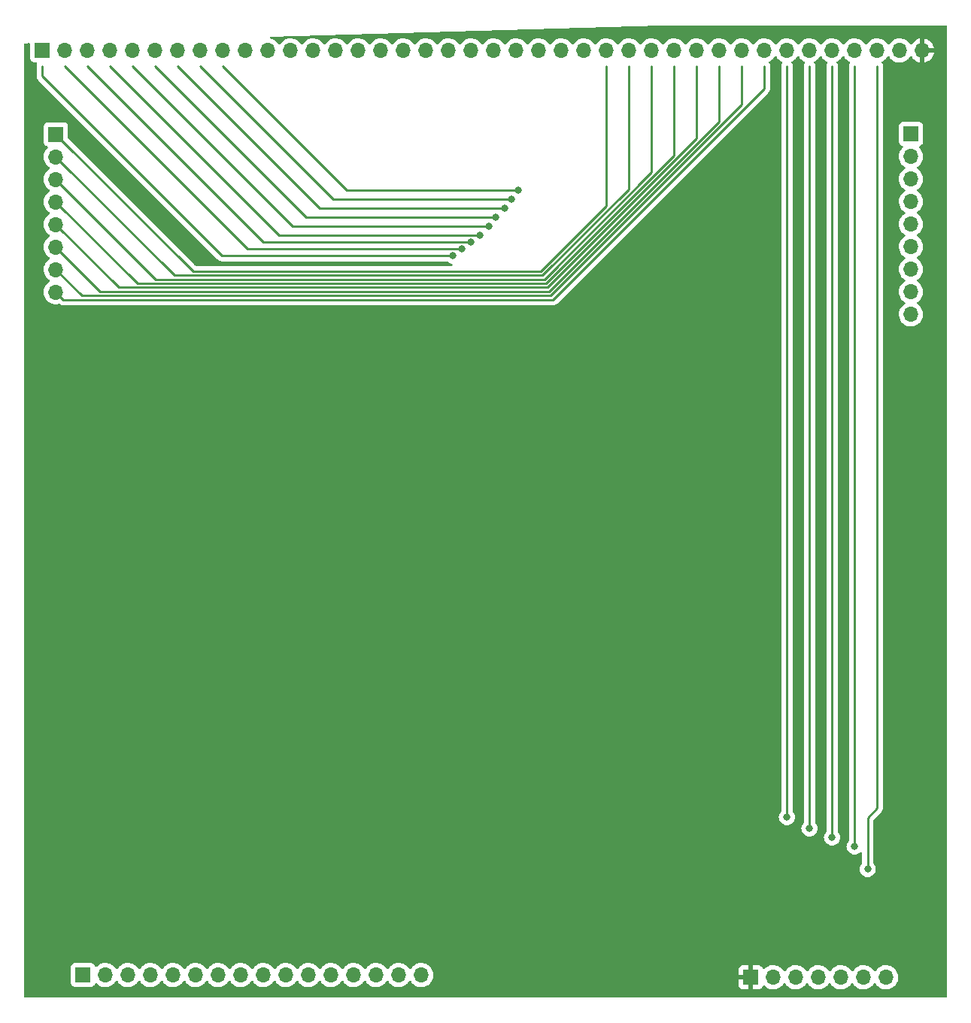
<source format=gbr>
%TF.GenerationSoftware,KiCad,Pcbnew,(6.0.0-0)*%
%TF.CreationDate,2022-03-08T07:11:20-05:00*%
%TF.ProjectId,Backplane-Memory-2022,4261636b-706c-4616-9e65-2d4d656d6f72,rev?*%
%TF.SameCoordinates,Original*%
%TF.FileFunction,Copper,L2,Bot*%
%TF.FilePolarity,Positive*%
%FSLAX46Y46*%
G04 Gerber Fmt 4.6, Leading zero omitted, Abs format (unit mm)*
G04 Created by KiCad (PCBNEW (6.0.0-0)) date 2022-03-08 07:11:20*
%MOMM*%
%LPD*%
G01*
G04 APERTURE LIST*
%TA.AperFunction,ComponentPad*%
%ADD10R,1.700000X1.700000*%
%TD*%
%TA.AperFunction,ComponentPad*%
%ADD11O,1.700000X1.700000*%
%TD*%
%TA.AperFunction,ViaPad*%
%ADD12C,0.800000*%
%TD*%
%TA.AperFunction,Conductor*%
%ADD13C,0.250000*%
%TD*%
G04 APERTURE END LIST*
D10*
%TO.P,J5,1,Pin_1*%
%TO.N,~{LATCH_CODE_SEG}*%
X187706000Y-48260000D03*
D11*
%TO.P,J5,2,Pin_2*%
%TO.N,~{EN_CODE_SEG}*%
X187706000Y-50800000D03*
%TO.P,J5,3,Pin_3*%
%TO.N,~{ASSERT_CODE_SEG}*%
X187706000Y-53340000D03*
%TO.P,J5,4,Pin_4*%
%TO.N,~{LATCH_DATA_SEG}*%
X187706000Y-55880000D03*
%TO.P,J5,5,Pin_5*%
%TO.N,~{EN_DATA_SEG}*%
X187706000Y-58420000D03*
%TO.P,J5,6,Pin_6*%
%TO.N,~{ASSERT_DATA_SEG}*%
X187706000Y-60960000D03*
%TO.P,J5,7,Pin_7*%
%TO.N,~{LATCH_STACK_SEG}*%
X187706000Y-63500000D03*
%TO.P,J5,8,Pin_8*%
%TO.N,~{EN_STACK_SEG}*%
X187706000Y-66040000D03*
%TO.P,J5,9,Pin_9*%
%TO.N,~{ASSERT_STACK_SEG}*%
X187706000Y-68580000D03*
%TD*%
D10*
%TO.P,J2,1,Pin_1*%
%TO.N,BUS7*%
X91440000Y-48298000D03*
D11*
%TO.P,J2,2,Pin_2*%
%TO.N,BUS6*%
X91440000Y-50838000D03*
%TO.P,J2,3,Pin_3*%
%TO.N,BUS5*%
X91440000Y-53378000D03*
%TO.P,J2,4,Pin_4*%
%TO.N,BUS4*%
X91440000Y-55918000D03*
%TO.P,J2,5,Pin_5*%
%TO.N,BUS3*%
X91440000Y-58458000D03*
%TO.P,J2,6,Pin_6*%
%TO.N,BUS2*%
X91440000Y-60998000D03*
%TO.P,J2,7,Pin_7*%
%TO.N,BUS1*%
X91440000Y-63538000D03*
%TO.P,J2,8,Pin_8*%
%TO.N,BUS0*%
X91440000Y-66078000D03*
%TD*%
D10*
%TO.P,J1,1,Pin_1*%
%TO.N,VCC*%
X169667000Y-143256000D03*
D11*
%TO.P,J1,2,Pin_2*%
%TO.N,GND*%
X172207000Y-143256000D03*
%TO.P,J1,3,Pin_3*%
%TO.N,CLOCK*%
X174747000Y-143256000D03*
%TO.P,J1,4,Pin_4*%
%TO.N,RESET*%
X177287000Y-143256000D03*
%TO.P,J1,5,Pin_5*%
%TO.N,~{LATCH_MAR}*%
X179827000Y-143256000D03*
%TO.P,J1,6,Pin_6*%
%TO.N,~{READ}*%
X182367000Y-143256000D03*
%TO.P,J1,7,Pin_7*%
%TO.N,~{WRITE}*%
X184907000Y-143256000D03*
%TD*%
D10*
%TO.P,J4,1,Pin_1*%
%TO.N,A15*%
X94488000Y-143002000D03*
D11*
%TO.P,J4,2,Pin_2*%
%TO.N,A14*%
X97028000Y-143002000D03*
%TO.P,J4,3,Pin_3*%
%TO.N,A13*%
X99568000Y-143002000D03*
%TO.P,J4,4,Pin_4*%
%TO.N,A12*%
X102108000Y-143002000D03*
%TO.P,J4,5,Pin_5*%
%TO.N,A11*%
X104648000Y-143002000D03*
%TO.P,J4,6,Pin_6*%
%TO.N,A10*%
X107188000Y-143002000D03*
%TO.P,J4,7,Pin_7*%
%TO.N,A9*%
X109728000Y-143002000D03*
%TO.P,J4,8,Pin_8*%
%TO.N,A8*%
X112268000Y-143002000D03*
%TO.P,J4,9,Pin_9*%
%TO.N,A7*%
X114808000Y-143002000D03*
%TO.P,J4,10,Pin_10*%
%TO.N,A6*%
X117348000Y-143002000D03*
%TO.P,J4,11,Pin_11*%
%TO.N,A5*%
X119888000Y-143002000D03*
%TO.P,J4,12,Pin_12*%
%TO.N,A4*%
X122428000Y-143002000D03*
%TO.P,J4,13,Pin_13*%
%TO.N,A3*%
X124968000Y-143002000D03*
%TO.P,J4,14,Pin_14*%
%TO.N,A2*%
X127508000Y-143002000D03*
%TO.P,J4,15,Pin_15*%
%TO.N,A1*%
X130048000Y-143002000D03*
%TO.P,J4,16,Pin_16*%
%TO.N,A0*%
X132588000Y-143002000D03*
%TD*%
D10*
%TO.P,J3,1,Pin_1*%
%TO.N,~{ASSERT_STACK_SEG}*%
X89916000Y-38862000D03*
D11*
%TO.P,J3,2,Pin_2*%
%TO.N,~{EN_STACK_SEG}*%
X92456000Y-38862000D03*
%TO.P,J3,3,Pin_3*%
%TO.N,~{LATCH_STACK_SEG}*%
X94996000Y-38862000D03*
%TO.P,J3,4,Pin_4*%
%TO.N,~{ASSERT_DATA_SEG}*%
X97536000Y-38862000D03*
%TO.P,J3,5,Pin_5*%
%TO.N,~{EN_DATA_SEG}*%
X100076000Y-38862000D03*
%TO.P,J3,6,Pin_6*%
%TO.N,~{LATCH_DATA_SEG}*%
X102616000Y-38862000D03*
%TO.P,J3,7,Pin_7*%
%TO.N,~{ASSERT_CODE_SEG}*%
X105156000Y-38862000D03*
%TO.P,J3,8,Pin_8*%
%TO.N,~{EN_CODE_SEG}*%
X107696000Y-38862000D03*
%TO.P,J3,9,Pin_9*%
%TO.N,~{LATCH_CODE_SEG}*%
X110236000Y-38862000D03*
%TO.P,J3,10,Pin_10*%
%TO.N,A15*%
X112776000Y-38862000D03*
%TO.P,J3,11,Pin_11*%
%TO.N,A14*%
X115316000Y-38862000D03*
%TO.P,J3,12,Pin_12*%
%TO.N,A13*%
X117856000Y-38862000D03*
%TO.P,J3,13,Pin_13*%
%TO.N,A12*%
X120396000Y-38862000D03*
%TO.P,J3,14,Pin_14*%
%TO.N,A11*%
X122936000Y-38862000D03*
%TO.P,J3,15,Pin_15*%
%TO.N,A10*%
X125476000Y-38862000D03*
%TO.P,J3,16,Pin_16*%
%TO.N,A9*%
X128016000Y-38862000D03*
%TO.P,J3,17,Pin_17*%
%TO.N,A8*%
X130556000Y-38862000D03*
%TO.P,J3,18,Pin_18*%
%TO.N,A7*%
X133096000Y-38862000D03*
%TO.P,J3,19,Pin_19*%
%TO.N,A6*%
X135636000Y-38862000D03*
%TO.P,J3,20,Pin_20*%
%TO.N,A5*%
X138176000Y-38862000D03*
%TO.P,J3,21,Pin_21*%
%TO.N,A4*%
X140716000Y-38862000D03*
%TO.P,J3,22,Pin_22*%
%TO.N,A3*%
X143256000Y-38862000D03*
%TO.P,J3,23,Pin_23*%
%TO.N,A2*%
X145796000Y-38862000D03*
%TO.P,J3,24,Pin_24*%
%TO.N,A1*%
X148336000Y-38862000D03*
%TO.P,J3,25,Pin_25*%
%TO.N,A0*%
X150876000Y-38862000D03*
%TO.P,J3,26,Pin_26*%
%TO.N,BUS7*%
X153416000Y-38862000D03*
%TO.P,J3,27,Pin_27*%
%TO.N,BUS6*%
X155956000Y-38862000D03*
%TO.P,J3,28,Pin_28*%
%TO.N,BUS5*%
X158496000Y-38862000D03*
%TO.P,J3,29,Pin_29*%
%TO.N,BUS4*%
X161036000Y-38862000D03*
%TO.P,J3,30,Pin_30*%
%TO.N,BUS3*%
X163576000Y-38862000D03*
%TO.P,J3,31,Pin_31*%
%TO.N,BUS2*%
X166116000Y-38862000D03*
%TO.P,J3,32,Pin_32*%
%TO.N,BUS1*%
X168656000Y-38862000D03*
%TO.P,J3,33,Pin_33*%
%TO.N,BUS0*%
X171196000Y-38862000D03*
%TO.P,J3,34,Pin_34*%
%TO.N,~{WRITE}*%
X173736000Y-38862000D03*
%TO.P,J3,35,Pin_35*%
%TO.N,~{READ}*%
X176276000Y-38862000D03*
%TO.P,J3,36,Pin_36*%
%TO.N,~{LATCH_MAR}*%
X178816000Y-38862000D03*
%TO.P,J3,37,Pin_37*%
%TO.N,RESET*%
X181356000Y-38862000D03*
%TO.P,J3,38,Pin_38*%
%TO.N,CLOCK*%
X183896000Y-38862000D03*
%TO.P,J3,39,Pin_39*%
%TO.N,GND*%
X186436000Y-38862000D03*
%TO.P,J3,40,Pin_40*%
%TO.N,VCC*%
X188976000Y-38862000D03*
%TD*%
D12*
%TO.N,CLOCK*%
X182833967Y-131064000D03*
%TO.N,RESET*%
X181356000Y-128523998D03*
%TO.N,~{LATCH_MAR}*%
X178816000Y-127508000D03*
%TO.N,~{READ}*%
X176276000Y-126492000D03*
%TO.N,~{WRITE}*%
X173736000Y-125222000D03*
%TO.N,~{ASSERT_STACK_SEG}*%
X136144000Y-61976000D03*
%TO.N,~{EN_STACK_SEG}*%
X137160000Y-61214000D03*
%TO.N,~{LATCH_STACK_SEG}*%
X138176000Y-60452000D03*
%TO.N,~{ASSERT_DATA_SEG}*%
X139192000Y-59690000D03*
%TO.N,~{EN_DATA_SEG}*%
X140208000Y-58674000D03*
%TO.N,~{LATCH_DATA_SEG}*%
X140970000Y-57658000D03*
%TO.N,~{ASSERT_CODE_SEG}*%
X141986000Y-56642000D03*
%TO.N,~{EN_CODE_SEG}*%
X142748000Y-55626000D03*
%TO.N,~{LATCH_CODE_SEG}*%
X143510000Y-54610000D03*
%TD*%
D13*
%TO.N,CLOCK*%
X183896000Y-124206000D02*
X182833967Y-125268033D01*
X183896000Y-40640000D02*
X183896000Y-124206000D01*
X182833967Y-125268033D02*
X182833967Y-131064000D01*
%TO.N,RESET*%
X181356000Y-40640000D02*
X181356000Y-128523998D01*
%TO.N,~{LATCH_MAR}*%
X178816000Y-40640000D02*
X178816000Y-127508000D01*
%TO.N,~{READ}*%
X176276000Y-40640000D02*
X176276000Y-126492000D01*
%TO.N,~{WRITE}*%
X173736000Y-40640000D02*
X173736000Y-125222000D01*
%TO.N,BUS7*%
X153416000Y-56388000D02*
X153416000Y-40640000D01*
X146050000Y-63754000D02*
X153416000Y-56388000D01*
X91440000Y-48298000D02*
X106896000Y-63754000D01*
X106896000Y-63754000D02*
X146050000Y-63754000D01*
%TO.N,BUS6*%
X104805510Y-64203510D02*
X146236194Y-64203510D01*
X146236194Y-64203510D02*
X155956000Y-54483704D01*
X155956000Y-54483704D02*
X155956000Y-40640000D01*
X91440000Y-50838000D02*
X104805510Y-64203510D01*
%TO.N,BUS5*%
X158496000Y-52579408D02*
X158496000Y-40640000D01*
X146422388Y-64653020D02*
X158496000Y-52579408D01*
X91440000Y-53378000D02*
X102715020Y-64653020D01*
X102715020Y-64653020D02*
X146422388Y-64653020D01*
%TO.N,BUS4*%
X161036000Y-50675112D02*
X161036000Y-40640000D01*
X91440000Y-55918000D02*
X100624530Y-65102530D01*
X100624530Y-65102530D02*
X146608582Y-65102530D01*
X146608582Y-65102530D02*
X161036000Y-50675112D01*
%TO.N,BUS3*%
X98534040Y-65552040D02*
X146794776Y-65552040D01*
X163576000Y-48770816D02*
X163576000Y-40640000D01*
X91440000Y-58458000D02*
X98534040Y-65552040D01*
X146794776Y-65552040D02*
X163576000Y-48770816D01*
%TO.N,BUS2*%
X146980970Y-66001550D02*
X166116000Y-46866520D01*
X166116000Y-46866520D02*
X166116000Y-40640000D01*
X91440000Y-60998000D02*
X96443550Y-66001550D01*
X96443550Y-66001550D02*
X146980970Y-66001550D01*
%TO.N,BUS1*%
X147167164Y-66451060D02*
X168656000Y-44962224D01*
X94353060Y-66451060D02*
X147167164Y-66451060D01*
X168656000Y-44962224D02*
X168656000Y-40640000D01*
X91440000Y-63538000D02*
X94353060Y-66451060D01*
%TO.N,BUS0*%
X171196000Y-43141902D02*
X171196000Y-40640000D01*
X91440000Y-66078000D02*
X92290000Y-66928000D01*
X147409902Y-66928000D02*
X171196000Y-43141902D01*
X92290000Y-66928000D02*
X147409902Y-66928000D01*
%TO.N,~{ASSERT_STACK_SEG}*%
X89916000Y-40640000D02*
X89916000Y-41740000D01*
X110152000Y-61976000D02*
X136144000Y-61976000D01*
X89916000Y-41740000D02*
X110152000Y-61976000D01*
%TO.N,~{EN_STACK_SEG}*%
X113030000Y-61214000D02*
X137160000Y-61214000D01*
X92456000Y-40640000D02*
X113030000Y-61214000D01*
%TO.N,~{LATCH_STACK_SEG}*%
X114808000Y-60452000D02*
X138176000Y-60452000D01*
X94996000Y-40640000D02*
X114808000Y-60452000D01*
%TO.N,~{ASSERT_DATA_SEG}*%
X116586000Y-59690000D02*
X139192000Y-59690000D01*
X97536000Y-40640000D02*
X116586000Y-59690000D01*
%TO.N,~{EN_DATA_SEG}*%
X118110000Y-58674000D02*
X140208000Y-58674000D01*
X100076000Y-40640000D02*
X118110000Y-58674000D01*
%TO.N,~{LATCH_DATA_SEG}*%
X119634000Y-57658000D02*
X140970000Y-57658000D01*
X102616000Y-40640000D02*
X119634000Y-57658000D01*
%TO.N,~{ASSERT_CODE_SEG}*%
X121158000Y-56642000D02*
X141986000Y-56642000D01*
X105156000Y-40640000D02*
X121158000Y-56642000D01*
%TO.N,~{EN_CODE_SEG}*%
X122682000Y-55626000D02*
X142748000Y-55626000D01*
X107696000Y-40640000D02*
X122682000Y-55626000D01*
%TO.N,~{LATCH_CODE_SEG}*%
X110236000Y-40640000D02*
X124206000Y-54610000D01*
X124206000Y-54610000D02*
X143510000Y-54610000D01*
%TD*%
%TA.AperFunction,Conductor*%
%TO.N,VCC*%
G36*
X191712121Y-36088002D02*
G01*
X191758614Y-36141658D01*
X191770000Y-36194000D01*
X191770000Y-145416000D01*
X191749998Y-145484121D01*
X191696342Y-145530614D01*
X191644000Y-145542000D01*
X88010000Y-145542000D01*
X87941879Y-145521998D01*
X87895386Y-145468342D01*
X87884000Y-145416000D01*
X87884000Y-143900134D01*
X93129500Y-143900134D01*
X93136255Y-143962316D01*
X93187385Y-144098705D01*
X93274739Y-144215261D01*
X93391295Y-144302615D01*
X93527684Y-144353745D01*
X93589866Y-144360500D01*
X95386134Y-144360500D01*
X95448316Y-144353745D01*
X95584705Y-144302615D01*
X95701261Y-144215261D01*
X95788615Y-144098705D01*
X95802717Y-144061088D01*
X95832598Y-143981382D01*
X95875240Y-143924618D01*
X95941802Y-143899918D01*
X96011150Y-143915126D01*
X96045817Y-143943114D01*
X96074250Y-143975938D01*
X96246126Y-144118632D01*
X96439000Y-144231338D01*
X96647692Y-144311030D01*
X96652760Y-144312061D01*
X96652763Y-144312062D01*
X96760017Y-144333883D01*
X96866597Y-144355567D01*
X96871772Y-144355757D01*
X96871774Y-144355757D01*
X97084673Y-144363564D01*
X97084677Y-144363564D01*
X97089837Y-144363753D01*
X97094957Y-144363097D01*
X97094959Y-144363097D01*
X97306288Y-144336025D01*
X97306289Y-144336025D01*
X97311416Y-144335368D01*
X97316366Y-144333883D01*
X97520429Y-144272661D01*
X97520434Y-144272659D01*
X97525384Y-144271174D01*
X97725994Y-144172896D01*
X97907860Y-144043173D01*
X98066096Y-143885489D01*
X98196453Y-143704077D01*
X98197776Y-143705028D01*
X98244645Y-143661857D01*
X98314580Y-143649625D01*
X98380026Y-143677144D01*
X98407875Y-143708994D01*
X98467987Y-143807088D01*
X98614250Y-143975938D01*
X98786126Y-144118632D01*
X98979000Y-144231338D01*
X99187692Y-144311030D01*
X99192760Y-144312061D01*
X99192763Y-144312062D01*
X99300017Y-144333883D01*
X99406597Y-144355567D01*
X99411772Y-144355757D01*
X99411774Y-144355757D01*
X99624673Y-144363564D01*
X99624677Y-144363564D01*
X99629837Y-144363753D01*
X99634957Y-144363097D01*
X99634959Y-144363097D01*
X99846288Y-144336025D01*
X99846289Y-144336025D01*
X99851416Y-144335368D01*
X99856366Y-144333883D01*
X100060429Y-144272661D01*
X100060434Y-144272659D01*
X100065384Y-144271174D01*
X100265994Y-144172896D01*
X100447860Y-144043173D01*
X100606096Y-143885489D01*
X100736453Y-143704077D01*
X100737776Y-143705028D01*
X100784645Y-143661857D01*
X100854580Y-143649625D01*
X100920026Y-143677144D01*
X100947875Y-143708994D01*
X101007987Y-143807088D01*
X101154250Y-143975938D01*
X101326126Y-144118632D01*
X101519000Y-144231338D01*
X101727692Y-144311030D01*
X101732760Y-144312061D01*
X101732763Y-144312062D01*
X101840017Y-144333883D01*
X101946597Y-144355567D01*
X101951772Y-144355757D01*
X101951774Y-144355757D01*
X102164673Y-144363564D01*
X102164677Y-144363564D01*
X102169837Y-144363753D01*
X102174957Y-144363097D01*
X102174959Y-144363097D01*
X102386288Y-144336025D01*
X102386289Y-144336025D01*
X102391416Y-144335368D01*
X102396366Y-144333883D01*
X102600429Y-144272661D01*
X102600434Y-144272659D01*
X102605384Y-144271174D01*
X102805994Y-144172896D01*
X102987860Y-144043173D01*
X103146096Y-143885489D01*
X103276453Y-143704077D01*
X103277776Y-143705028D01*
X103324645Y-143661857D01*
X103394580Y-143649625D01*
X103460026Y-143677144D01*
X103487875Y-143708994D01*
X103547987Y-143807088D01*
X103694250Y-143975938D01*
X103866126Y-144118632D01*
X104059000Y-144231338D01*
X104267692Y-144311030D01*
X104272760Y-144312061D01*
X104272763Y-144312062D01*
X104380017Y-144333883D01*
X104486597Y-144355567D01*
X104491772Y-144355757D01*
X104491774Y-144355757D01*
X104704673Y-144363564D01*
X104704677Y-144363564D01*
X104709837Y-144363753D01*
X104714957Y-144363097D01*
X104714959Y-144363097D01*
X104926288Y-144336025D01*
X104926289Y-144336025D01*
X104931416Y-144335368D01*
X104936366Y-144333883D01*
X105140429Y-144272661D01*
X105140434Y-144272659D01*
X105145384Y-144271174D01*
X105345994Y-144172896D01*
X105527860Y-144043173D01*
X105686096Y-143885489D01*
X105816453Y-143704077D01*
X105817776Y-143705028D01*
X105864645Y-143661857D01*
X105934580Y-143649625D01*
X106000026Y-143677144D01*
X106027875Y-143708994D01*
X106087987Y-143807088D01*
X106234250Y-143975938D01*
X106406126Y-144118632D01*
X106599000Y-144231338D01*
X106807692Y-144311030D01*
X106812760Y-144312061D01*
X106812763Y-144312062D01*
X106920017Y-144333883D01*
X107026597Y-144355567D01*
X107031772Y-144355757D01*
X107031774Y-144355757D01*
X107244673Y-144363564D01*
X107244677Y-144363564D01*
X107249837Y-144363753D01*
X107254957Y-144363097D01*
X107254959Y-144363097D01*
X107466288Y-144336025D01*
X107466289Y-144336025D01*
X107471416Y-144335368D01*
X107476366Y-144333883D01*
X107680429Y-144272661D01*
X107680434Y-144272659D01*
X107685384Y-144271174D01*
X107885994Y-144172896D01*
X108067860Y-144043173D01*
X108226096Y-143885489D01*
X108356453Y-143704077D01*
X108357776Y-143705028D01*
X108404645Y-143661857D01*
X108474580Y-143649625D01*
X108540026Y-143677144D01*
X108567875Y-143708994D01*
X108627987Y-143807088D01*
X108774250Y-143975938D01*
X108946126Y-144118632D01*
X109139000Y-144231338D01*
X109347692Y-144311030D01*
X109352760Y-144312061D01*
X109352763Y-144312062D01*
X109460017Y-144333883D01*
X109566597Y-144355567D01*
X109571772Y-144355757D01*
X109571774Y-144355757D01*
X109784673Y-144363564D01*
X109784677Y-144363564D01*
X109789837Y-144363753D01*
X109794957Y-144363097D01*
X109794959Y-144363097D01*
X110006288Y-144336025D01*
X110006289Y-144336025D01*
X110011416Y-144335368D01*
X110016366Y-144333883D01*
X110220429Y-144272661D01*
X110220434Y-144272659D01*
X110225384Y-144271174D01*
X110425994Y-144172896D01*
X110607860Y-144043173D01*
X110766096Y-143885489D01*
X110896453Y-143704077D01*
X110897776Y-143705028D01*
X110944645Y-143661857D01*
X111014580Y-143649625D01*
X111080026Y-143677144D01*
X111107875Y-143708994D01*
X111167987Y-143807088D01*
X111314250Y-143975938D01*
X111486126Y-144118632D01*
X111679000Y-144231338D01*
X111887692Y-144311030D01*
X111892760Y-144312061D01*
X111892763Y-144312062D01*
X112000017Y-144333883D01*
X112106597Y-144355567D01*
X112111772Y-144355757D01*
X112111774Y-144355757D01*
X112324673Y-144363564D01*
X112324677Y-144363564D01*
X112329837Y-144363753D01*
X112334957Y-144363097D01*
X112334959Y-144363097D01*
X112546288Y-144336025D01*
X112546289Y-144336025D01*
X112551416Y-144335368D01*
X112556366Y-144333883D01*
X112760429Y-144272661D01*
X112760434Y-144272659D01*
X112765384Y-144271174D01*
X112965994Y-144172896D01*
X113147860Y-144043173D01*
X113306096Y-143885489D01*
X113436453Y-143704077D01*
X113437776Y-143705028D01*
X113484645Y-143661857D01*
X113554580Y-143649625D01*
X113620026Y-143677144D01*
X113647875Y-143708994D01*
X113707987Y-143807088D01*
X113854250Y-143975938D01*
X114026126Y-144118632D01*
X114219000Y-144231338D01*
X114427692Y-144311030D01*
X114432760Y-144312061D01*
X114432763Y-144312062D01*
X114540017Y-144333883D01*
X114646597Y-144355567D01*
X114651772Y-144355757D01*
X114651774Y-144355757D01*
X114864673Y-144363564D01*
X114864677Y-144363564D01*
X114869837Y-144363753D01*
X114874957Y-144363097D01*
X114874959Y-144363097D01*
X115086288Y-144336025D01*
X115086289Y-144336025D01*
X115091416Y-144335368D01*
X115096366Y-144333883D01*
X115300429Y-144272661D01*
X115300434Y-144272659D01*
X115305384Y-144271174D01*
X115505994Y-144172896D01*
X115687860Y-144043173D01*
X115846096Y-143885489D01*
X115976453Y-143704077D01*
X115977776Y-143705028D01*
X116024645Y-143661857D01*
X116094580Y-143649625D01*
X116160026Y-143677144D01*
X116187875Y-143708994D01*
X116247987Y-143807088D01*
X116394250Y-143975938D01*
X116566126Y-144118632D01*
X116759000Y-144231338D01*
X116967692Y-144311030D01*
X116972760Y-144312061D01*
X116972763Y-144312062D01*
X117080017Y-144333883D01*
X117186597Y-144355567D01*
X117191772Y-144355757D01*
X117191774Y-144355757D01*
X117404673Y-144363564D01*
X117404677Y-144363564D01*
X117409837Y-144363753D01*
X117414957Y-144363097D01*
X117414959Y-144363097D01*
X117626288Y-144336025D01*
X117626289Y-144336025D01*
X117631416Y-144335368D01*
X117636366Y-144333883D01*
X117840429Y-144272661D01*
X117840434Y-144272659D01*
X117845384Y-144271174D01*
X118045994Y-144172896D01*
X118227860Y-144043173D01*
X118386096Y-143885489D01*
X118516453Y-143704077D01*
X118517776Y-143705028D01*
X118564645Y-143661857D01*
X118634580Y-143649625D01*
X118700026Y-143677144D01*
X118727875Y-143708994D01*
X118787987Y-143807088D01*
X118934250Y-143975938D01*
X119106126Y-144118632D01*
X119299000Y-144231338D01*
X119507692Y-144311030D01*
X119512760Y-144312061D01*
X119512763Y-144312062D01*
X119620017Y-144333883D01*
X119726597Y-144355567D01*
X119731772Y-144355757D01*
X119731774Y-144355757D01*
X119944673Y-144363564D01*
X119944677Y-144363564D01*
X119949837Y-144363753D01*
X119954957Y-144363097D01*
X119954959Y-144363097D01*
X120166288Y-144336025D01*
X120166289Y-144336025D01*
X120171416Y-144335368D01*
X120176366Y-144333883D01*
X120380429Y-144272661D01*
X120380434Y-144272659D01*
X120385384Y-144271174D01*
X120585994Y-144172896D01*
X120767860Y-144043173D01*
X120926096Y-143885489D01*
X121056453Y-143704077D01*
X121057776Y-143705028D01*
X121104645Y-143661857D01*
X121174580Y-143649625D01*
X121240026Y-143677144D01*
X121267875Y-143708994D01*
X121327987Y-143807088D01*
X121474250Y-143975938D01*
X121646126Y-144118632D01*
X121839000Y-144231338D01*
X122047692Y-144311030D01*
X122052760Y-144312061D01*
X122052763Y-144312062D01*
X122160017Y-144333883D01*
X122266597Y-144355567D01*
X122271772Y-144355757D01*
X122271774Y-144355757D01*
X122484673Y-144363564D01*
X122484677Y-144363564D01*
X122489837Y-144363753D01*
X122494957Y-144363097D01*
X122494959Y-144363097D01*
X122706288Y-144336025D01*
X122706289Y-144336025D01*
X122711416Y-144335368D01*
X122716366Y-144333883D01*
X122920429Y-144272661D01*
X122920434Y-144272659D01*
X122925384Y-144271174D01*
X123125994Y-144172896D01*
X123307860Y-144043173D01*
X123466096Y-143885489D01*
X123596453Y-143704077D01*
X123597776Y-143705028D01*
X123644645Y-143661857D01*
X123714580Y-143649625D01*
X123780026Y-143677144D01*
X123807875Y-143708994D01*
X123867987Y-143807088D01*
X124014250Y-143975938D01*
X124186126Y-144118632D01*
X124379000Y-144231338D01*
X124587692Y-144311030D01*
X124592760Y-144312061D01*
X124592763Y-144312062D01*
X124700017Y-144333883D01*
X124806597Y-144355567D01*
X124811772Y-144355757D01*
X124811774Y-144355757D01*
X125024673Y-144363564D01*
X125024677Y-144363564D01*
X125029837Y-144363753D01*
X125034957Y-144363097D01*
X125034959Y-144363097D01*
X125246288Y-144336025D01*
X125246289Y-144336025D01*
X125251416Y-144335368D01*
X125256366Y-144333883D01*
X125460429Y-144272661D01*
X125460434Y-144272659D01*
X125465384Y-144271174D01*
X125665994Y-144172896D01*
X125847860Y-144043173D01*
X126006096Y-143885489D01*
X126136453Y-143704077D01*
X126137776Y-143705028D01*
X126184645Y-143661857D01*
X126254580Y-143649625D01*
X126320026Y-143677144D01*
X126347875Y-143708994D01*
X126407987Y-143807088D01*
X126554250Y-143975938D01*
X126726126Y-144118632D01*
X126919000Y-144231338D01*
X127127692Y-144311030D01*
X127132760Y-144312061D01*
X127132763Y-144312062D01*
X127240017Y-144333883D01*
X127346597Y-144355567D01*
X127351772Y-144355757D01*
X127351774Y-144355757D01*
X127564673Y-144363564D01*
X127564677Y-144363564D01*
X127569837Y-144363753D01*
X127574957Y-144363097D01*
X127574959Y-144363097D01*
X127786288Y-144336025D01*
X127786289Y-144336025D01*
X127791416Y-144335368D01*
X127796366Y-144333883D01*
X128000429Y-144272661D01*
X128000434Y-144272659D01*
X128005384Y-144271174D01*
X128205994Y-144172896D01*
X128387860Y-144043173D01*
X128546096Y-143885489D01*
X128676453Y-143704077D01*
X128677776Y-143705028D01*
X128724645Y-143661857D01*
X128794580Y-143649625D01*
X128860026Y-143677144D01*
X128887875Y-143708994D01*
X128947987Y-143807088D01*
X129094250Y-143975938D01*
X129266126Y-144118632D01*
X129459000Y-144231338D01*
X129667692Y-144311030D01*
X129672760Y-144312061D01*
X129672763Y-144312062D01*
X129780017Y-144333883D01*
X129886597Y-144355567D01*
X129891772Y-144355757D01*
X129891774Y-144355757D01*
X130104673Y-144363564D01*
X130104677Y-144363564D01*
X130109837Y-144363753D01*
X130114957Y-144363097D01*
X130114959Y-144363097D01*
X130326288Y-144336025D01*
X130326289Y-144336025D01*
X130331416Y-144335368D01*
X130336366Y-144333883D01*
X130540429Y-144272661D01*
X130540434Y-144272659D01*
X130545384Y-144271174D01*
X130745994Y-144172896D01*
X130927860Y-144043173D01*
X131086096Y-143885489D01*
X131216453Y-143704077D01*
X131217776Y-143705028D01*
X131264645Y-143661857D01*
X131334580Y-143649625D01*
X131400026Y-143677144D01*
X131427875Y-143708994D01*
X131487987Y-143807088D01*
X131634250Y-143975938D01*
X131806126Y-144118632D01*
X131999000Y-144231338D01*
X132207692Y-144311030D01*
X132212760Y-144312061D01*
X132212763Y-144312062D01*
X132320017Y-144333883D01*
X132426597Y-144355567D01*
X132431772Y-144355757D01*
X132431774Y-144355757D01*
X132644673Y-144363564D01*
X132644677Y-144363564D01*
X132649837Y-144363753D01*
X132654957Y-144363097D01*
X132654959Y-144363097D01*
X132866288Y-144336025D01*
X132866289Y-144336025D01*
X132871416Y-144335368D01*
X132876366Y-144333883D01*
X133080429Y-144272661D01*
X133080434Y-144272659D01*
X133085384Y-144271174D01*
X133285994Y-144172896D01*
X133317155Y-144150669D01*
X168309001Y-144150669D01*
X168309371Y-144157490D01*
X168314895Y-144208352D01*
X168318521Y-144223604D01*
X168363676Y-144344054D01*
X168372214Y-144359649D01*
X168448715Y-144461724D01*
X168461276Y-144474285D01*
X168563351Y-144550786D01*
X168578946Y-144559324D01*
X168699394Y-144604478D01*
X168714649Y-144608105D01*
X168765514Y-144613631D01*
X168772328Y-144614000D01*
X169394885Y-144614000D01*
X169410124Y-144609525D01*
X169411329Y-144608135D01*
X169413000Y-144600452D01*
X169413000Y-144595884D01*
X169921000Y-144595884D01*
X169925475Y-144611123D01*
X169926865Y-144612328D01*
X169934548Y-144613999D01*
X170561669Y-144613999D01*
X170568490Y-144613629D01*
X170619352Y-144608105D01*
X170634604Y-144604479D01*
X170755054Y-144559324D01*
X170770649Y-144550786D01*
X170872724Y-144474285D01*
X170885285Y-144461724D01*
X170961786Y-144359649D01*
X170970324Y-144344054D01*
X171011225Y-144234952D01*
X171053867Y-144178188D01*
X171120428Y-144153488D01*
X171189777Y-144168696D01*
X171224444Y-144196684D01*
X171249865Y-144226031D01*
X171249869Y-144226035D01*
X171253250Y-144229938D01*
X171329846Y-144293529D01*
X171414204Y-144363564D01*
X171425126Y-144372632D01*
X171618000Y-144485338D01*
X171826692Y-144565030D01*
X171831760Y-144566061D01*
X171831763Y-144566062D01*
X171939017Y-144587883D01*
X172045597Y-144609567D01*
X172050772Y-144609757D01*
X172050774Y-144609757D01*
X172263673Y-144617564D01*
X172263677Y-144617564D01*
X172268837Y-144617753D01*
X172273957Y-144617097D01*
X172273959Y-144617097D01*
X172485288Y-144590025D01*
X172485289Y-144590025D01*
X172490416Y-144589368D01*
X172495366Y-144587883D01*
X172699429Y-144526661D01*
X172699434Y-144526659D01*
X172704384Y-144525174D01*
X172904994Y-144426896D01*
X173086860Y-144297173D01*
X173152926Y-144231338D01*
X173187701Y-144196684D01*
X173245096Y-144139489D01*
X173269239Y-144105891D01*
X173375453Y-143958077D01*
X173376776Y-143959028D01*
X173423645Y-143915857D01*
X173493580Y-143903625D01*
X173559026Y-143931144D01*
X173586875Y-143962994D01*
X173646987Y-144061088D01*
X173793250Y-144229938D01*
X173869846Y-144293529D01*
X173954204Y-144363564D01*
X173965126Y-144372632D01*
X174158000Y-144485338D01*
X174366692Y-144565030D01*
X174371760Y-144566061D01*
X174371763Y-144566062D01*
X174479017Y-144587883D01*
X174585597Y-144609567D01*
X174590772Y-144609757D01*
X174590774Y-144609757D01*
X174803673Y-144617564D01*
X174803677Y-144617564D01*
X174808837Y-144617753D01*
X174813957Y-144617097D01*
X174813959Y-144617097D01*
X175025288Y-144590025D01*
X175025289Y-144590025D01*
X175030416Y-144589368D01*
X175035366Y-144587883D01*
X175239429Y-144526661D01*
X175239434Y-144526659D01*
X175244384Y-144525174D01*
X175444994Y-144426896D01*
X175626860Y-144297173D01*
X175692926Y-144231338D01*
X175727701Y-144196684D01*
X175785096Y-144139489D01*
X175809239Y-144105891D01*
X175915453Y-143958077D01*
X175916776Y-143959028D01*
X175963645Y-143915857D01*
X176033580Y-143903625D01*
X176099026Y-143931144D01*
X176126875Y-143962994D01*
X176186987Y-144061088D01*
X176333250Y-144229938D01*
X176409846Y-144293529D01*
X176494204Y-144363564D01*
X176505126Y-144372632D01*
X176698000Y-144485338D01*
X176906692Y-144565030D01*
X176911760Y-144566061D01*
X176911763Y-144566062D01*
X177019017Y-144587883D01*
X177125597Y-144609567D01*
X177130772Y-144609757D01*
X177130774Y-144609757D01*
X177343673Y-144617564D01*
X177343677Y-144617564D01*
X177348837Y-144617753D01*
X177353957Y-144617097D01*
X177353959Y-144617097D01*
X177565288Y-144590025D01*
X177565289Y-144590025D01*
X177570416Y-144589368D01*
X177575366Y-144587883D01*
X177779429Y-144526661D01*
X177779434Y-144526659D01*
X177784384Y-144525174D01*
X177984994Y-144426896D01*
X178166860Y-144297173D01*
X178232926Y-144231338D01*
X178267701Y-144196684D01*
X178325096Y-144139489D01*
X178349239Y-144105891D01*
X178455453Y-143958077D01*
X178456776Y-143959028D01*
X178503645Y-143915857D01*
X178573580Y-143903625D01*
X178639026Y-143931144D01*
X178666875Y-143962994D01*
X178726987Y-144061088D01*
X178873250Y-144229938D01*
X178949846Y-144293529D01*
X179034204Y-144363564D01*
X179045126Y-144372632D01*
X179238000Y-144485338D01*
X179446692Y-144565030D01*
X179451760Y-144566061D01*
X179451763Y-144566062D01*
X179559017Y-144587883D01*
X179665597Y-144609567D01*
X179670772Y-144609757D01*
X179670774Y-144609757D01*
X179883673Y-144617564D01*
X179883677Y-144617564D01*
X179888837Y-144617753D01*
X179893957Y-144617097D01*
X179893959Y-144617097D01*
X180105288Y-144590025D01*
X180105289Y-144590025D01*
X180110416Y-144589368D01*
X180115366Y-144587883D01*
X180319429Y-144526661D01*
X180319434Y-144526659D01*
X180324384Y-144525174D01*
X180524994Y-144426896D01*
X180706860Y-144297173D01*
X180772926Y-144231338D01*
X180807701Y-144196684D01*
X180865096Y-144139489D01*
X180889239Y-144105891D01*
X180995453Y-143958077D01*
X180996776Y-143959028D01*
X181043645Y-143915857D01*
X181113580Y-143903625D01*
X181179026Y-143931144D01*
X181206875Y-143962994D01*
X181266987Y-144061088D01*
X181413250Y-144229938D01*
X181489846Y-144293529D01*
X181574204Y-144363564D01*
X181585126Y-144372632D01*
X181778000Y-144485338D01*
X181986692Y-144565030D01*
X181991760Y-144566061D01*
X181991763Y-144566062D01*
X182099017Y-144587883D01*
X182205597Y-144609567D01*
X182210772Y-144609757D01*
X182210774Y-144609757D01*
X182423673Y-144617564D01*
X182423677Y-144617564D01*
X182428837Y-144617753D01*
X182433957Y-144617097D01*
X182433959Y-144617097D01*
X182645288Y-144590025D01*
X182645289Y-144590025D01*
X182650416Y-144589368D01*
X182655366Y-144587883D01*
X182859429Y-144526661D01*
X182859434Y-144526659D01*
X182864384Y-144525174D01*
X183064994Y-144426896D01*
X183246860Y-144297173D01*
X183312926Y-144231338D01*
X183347701Y-144196684D01*
X183405096Y-144139489D01*
X183429239Y-144105891D01*
X183535453Y-143958077D01*
X183536776Y-143959028D01*
X183583645Y-143915857D01*
X183653580Y-143903625D01*
X183719026Y-143931144D01*
X183746875Y-143962994D01*
X183806987Y-144061088D01*
X183953250Y-144229938D01*
X184029846Y-144293529D01*
X184114204Y-144363564D01*
X184125126Y-144372632D01*
X184318000Y-144485338D01*
X184526692Y-144565030D01*
X184531760Y-144566061D01*
X184531763Y-144566062D01*
X184639017Y-144587883D01*
X184745597Y-144609567D01*
X184750772Y-144609757D01*
X184750774Y-144609757D01*
X184963673Y-144617564D01*
X184963677Y-144617564D01*
X184968837Y-144617753D01*
X184973957Y-144617097D01*
X184973959Y-144617097D01*
X185185288Y-144590025D01*
X185185289Y-144590025D01*
X185190416Y-144589368D01*
X185195366Y-144587883D01*
X185399429Y-144526661D01*
X185399434Y-144526659D01*
X185404384Y-144525174D01*
X185604994Y-144426896D01*
X185786860Y-144297173D01*
X185852926Y-144231338D01*
X185887701Y-144196684D01*
X185945096Y-144139489D01*
X185969239Y-144105891D01*
X186072435Y-143962277D01*
X186075453Y-143958077D01*
X186091990Y-143924618D01*
X186172136Y-143762453D01*
X186172137Y-143762451D01*
X186174430Y-143757811D01*
X186207300Y-143649625D01*
X186237865Y-143549023D01*
X186237865Y-143549021D01*
X186239370Y-143544069D01*
X186268529Y-143322590D01*
X186270156Y-143256000D01*
X186251852Y-143033361D01*
X186197431Y-142816702D01*
X186108354Y-142611840D01*
X185987014Y-142424277D01*
X185836670Y-142259051D01*
X185832619Y-142255852D01*
X185832615Y-142255848D01*
X185665414Y-142123800D01*
X185665410Y-142123798D01*
X185661359Y-142120598D01*
X185465789Y-142012638D01*
X185460920Y-142010914D01*
X185460916Y-142010912D01*
X185260087Y-141939795D01*
X185260083Y-141939794D01*
X185255212Y-141938069D01*
X185250119Y-141937162D01*
X185250116Y-141937161D01*
X185040373Y-141899800D01*
X185040367Y-141899799D01*
X185035284Y-141898894D01*
X184961452Y-141897992D01*
X184817081Y-141896228D01*
X184817079Y-141896228D01*
X184811911Y-141896165D01*
X184591091Y-141929955D01*
X184378756Y-141999357D01*
X184348443Y-142015137D01*
X184266506Y-142057791D01*
X184180607Y-142102507D01*
X184176474Y-142105610D01*
X184176471Y-142105612D01*
X184084565Y-142174617D01*
X184001965Y-142236635D01*
X183847629Y-142398138D01*
X183740201Y-142555621D01*
X183685293Y-142600621D01*
X183614768Y-142608792D01*
X183551021Y-142577538D01*
X183530324Y-142553054D01*
X183449822Y-142428617D01*
X183449820Y-142428614D01*
X183447014Y-142424277D01*
X183296670Y-142259051D01*
X183292619Y-142255852D01*
X183292615Y-142255848D01*
X183125414Y-142123800D01*
X183125410Y-142123798D01*
X183121359Y-142120598D01*
X182925789Y-142012638D01*
X182920920Y-142010914D01*
X182920916Y-142010912D01*
X182720087Y-141939795D01*
X182720083Y-141939794D01*
X182715212Y-141938069D01*
X182710119Y-141937162D01*
X182710116Y-141937161D01*
X182500373Y-141899800D01*
X182500367Y-141899799D01*
X182495284Y-141898894D01*
X182421452Y-141897992D01*
X182277081Y-141896228D01*
X182277079Y-141896228D01*
X182271911Y-141896165D01*
X182051091Y-141929955D01*
X181838756Y-141999357D01*
X181808443Y-142015137D01*
X181726506Y-142057791D01*
X181640607Y-142102507D01*
X181636474Y-142105610D01*
X181636471Y-142105612D01*
X181544565Y-142174617D01*
X181461965Y-142236635D01*
X181307629Y-142398138D01*
X181200201Y-142555621D01*
X181145293Y-142600621D01*
X181074768Y-142608792D01*
X181011021Y-142577538D01*
X180990324Y-142553054D01*
X180909822Y-142428617D01*
X180909820Y-142428614D01*
X180907014Y-142424277D01*
X180756670Y-142259051D01*
X180752619Y-142255852D01*
X180752615Y-142255848D01*
X180585414Y-142123800D01*
X180585410Y-142123798D01*
X180581359Y-142120598D01*
X180385789Y-142012638D01*
X180380920Y-142010914D01*
X180380916Y-142010912D01*
X180180087Y-141939795D01*
X180180083Y-141939794D01*
X180175212Y-141938069D01*
X180170119Y-141937162D01*
X180170116Y-141937161D01*
X179960373Y-141899800D01*
X179960367Y-141899799D01*
X179955284Y-141898894D01*
X179881452Y-141897992D01*
X179737081Y-141896228D01*
X179737079Y-141896228D01*
X179731911Y-141896165D01*
X179511091Y-141929955D01*
X179298756Y-141999357D01*
X179268443Y-142015137D01*
X179186506Y-142057791D01*
X179100607Y-142102507D01*
X179096474Y-142105610D01*
X179096471Y-142105612D01*
X179004565Y-142174617D01*
X178921965Y-142236635D01*
X178767629Y-142398138D01*
X178660201Y-142555621D01*
X178605293Y-142600621D01*
X178534768Y-142608792D01*
X178471021Y-142577538D01*
X178450324Y-142553054D01*
X178369822Y-142428617D01*
X178369820Y-142428614D01*
X178367014Y-142424277D01*
X178216670Y-142259051D01*
X178212619Y-142255852D01*
X178212615Y-142255848D01*
X178045414Y-142123800D01*
X178045410Y-142123798D01*
X178041359Y-142120598D01*
X177845789Y-142012638D01*
X177840920Y-142010914D01*
X177840916Y-142010912D01*
X177640087Y-141939795D01*
X177640083Y-141939794D01*
X177635212Y-141938069D01*
X177630119Y-141937162D01*
X177630116Y-141937161D01*
X177420373Y-141899800D01*
X177420367Y-141899799D01*
X177415284Y-141898894D01*
X177341452Y-141897992D01*
X177197081Y-141896228D01*
X177197079Y-141896228D01*
X177191911Y-141896165D01*
X176971091Y-141929955D01*
X176758756Y-141999357D01*
X176728443Y-142015137D01*
X176646506Y-142057791D01*
X176560607Y-142102507D01*
X176556474Y-142105610D01*
X176556471Y-142105612D01*
X176464565Y-142174617D01*
X176381965Y-142236635D01*
X176227629Y-142398138D01*
X176120201Y-142555621D01*
X176065293Y-142600621D01*
X175994768Y-142608792D01*
X175931021Y-142577538D01*
X175910324Y-142553054D01*
X175829822Y-142428617D01*
X175829820Y-142428614D01*
X175827014Y-142424277D01*
X175676670Y-142259051D01*
X175672619Y-142255852D01*
X175672615Y-142255848D01*
X175505414Y-142123800D01*
X175505410Y-142123798D01*
X175501359Y-142120598D01*
X175305789Y-142012638D01*
X175300920Y-142010914D01*
X175300916Y-142010912D01*
X175100087Y-141939795D01*
X175100083Y-141939794D01*
X175095212Y-141938069D01*
X175090119Y-141937162D01*
X175090116Y-141937161D01*
X174880373Y-141899800D01*
X174880367Y-141899799D01*
X174875284Y-141898894D01*
X174801452Y-141897992D01*
X174657081Y-141896228D01*
X174657079Y-141896228D01*
X174651911Y-141896165D01*
X174431091Y-141929955D01*
X174218756Y-141999357D01*
X174188443Y-142015137D01*
X174106506Y-142057791D01*
X174020607Y-142102507D01*
X174016474Y-142105610D01*
X174016471Y-142105612D01*
X173924565Y-142174617D01*
X173841965Y-142236635D01*
X173687629Y-142398138D01*
X173580201Y-142555621D01*
X173525293Y-142600621D01*
X173454768Y-142608792D01*
X173391021Y-142577538D01*
X173370324Y-142553054D01*
X173289822Y-142428617D01*
X173289820Y-142428614D01*
X173287014Y-142424277D01*
X173136670Y-142259051D01*
X173132619Y-142255852D01*
X173132615Y-142255848D01*
X172965414Y-142123800D01*
X172965410Y-142123798D01*
X172961359Y-142120598D01*
X172765789Y-142012638D01*
X172760920Y-142010914D01*
X172760916Y-142010912D01*
X172560087Y-141939795D01*
X172560083Y-141939794D01*
X172555212Y-141938069D01*
X172550119Y-141937162D01*
X172550116Y-141937161D01*
X172340373Y-141899800D01*
X172340367Y-141899799D01*
X172335284Y-141898894D01*
X172261452Y-141897992D01*
X172117081Y-141896228D01*
X172117079Y-141896228D01*
X172111911Y-141896165D01*
X171891091Y-141929955D01*
X171678756Y-141999357D01*
X171648443Y-142015137D01*
X171566506Y-142057791D01*
X171480607Y-142102507D01*
X171476474Y-142105610D01*
X171476471Y-142105612D01*
X171384565Y-142174617D01*
X171301965Y-142236635D01*
X171298393Y-142240373D01*
X171220898Y-142321466D01*
X171159374Y-142356895D01*
X171088462Y-142353438D01*
X171030676Y-142312192D01*
X171011823Y-142278644D01*
X170970324Y-142167946D01*
X170961786Y-142152351D01*
X170885285Y-142050276D01*
X170872724Y-142037715D01*
X170770649Y-141961214D01*
X170755054Y-141952676D01*
X170634606Y-141907522D01*
X170619351Y-141903895D01*
X170568486Y-141898369D01*
X170561672Y-141898000D01*
X169939115Y-141898000D01*
X169923876Y-141902475D01*
X169922671Y-141903865D01*
X169921000Y-141911548D01*
X169921000Y-144595884D01*
X169413000Y-144595884D01*
X169413000Y-143528115D01*
X169408525Y-143512876D01*
X169407135Y-143511671D01*
X169399452Y-143510000D01*
X168327116Y-143510000D01*
X168311877Y-143514475D01*
X168310672Y-143515865D01*
X168309001Y-143523548D01*
X168309001Y-144150669D01*
X133317155Y-144150669D01*
X133467860Y-144043173D01*
X133626096Y-143885489D01*
X133756453Y-143704077D01*
X133777320Y-143661857D01*
X133853136Y-143508453D01*
X133853137Y-143508451D01*
X133855430Y-143503811D01*
X133920370Y-143290069D01*
X133949529Y-143068590D01*
X133950390Y-143033361D01*
X133951074Y-143005365D01*
X133951074Y-143005361D01*
X133951156Y-143002000D01*
X133949667Y-142983885D01*
X168309000Y-142983885D01*
X168313475Y-142999124D01*
X168314865Y-143000329D01*
X168322548Y-143002000D01*
X169394885Y-143002000D01*
X169410124Y-142997525D01*
X169411329Y-142996135D01*
X169413000Y-142988452D01*
X169413000Y-141916116D01*
X169408525Y-141900877D01*
X169407135Y-141899672D01*
X169399452Y-141898001D01*
X168772331Y-141898001D01*
X168765510Y-141898371D01*
X168714648Y-141903895D01*
X168699396Y-141907521D01*
X168578946Y-141952676D01*
X168563351Y-141961214D01*
X168461276Y-142037715D01*
X168448715Y-142050276D01*
X168372214Y-142152351D01*
X168363676Y-142167946D01*
X168318522Y-142288394D01*
X168314895Y-142303649D01*
X168309369Y-142354514D01*
X168309000Y-142361328D01*
X168309000Y-142983885D01*
X133949667Y-142983885D01*
X133932852Y-142779361D01*
X133878431Y-142562702D01*
X133789354Y-142357840D01*
X133668014Y-142170277D01*
X133517670Y-142005051D01*
X133513619Y-142001852D01*
X133513615Y-142001848D01*
X133346414Y-141869800D01*
X133346410Y-141869798D01*
X133342359Y-141866598D01*
X133146789Y-141758638D01*
X133141920Y-141756914D01*
X133141916Y-141756912D01*
X132941087Y-141685795D01*
X132941083Y-141685794D01*
X132936212Y-141684069D01*
X132931119Y-141683162D01*
X132931116Y-141683161D01*
X132721373Y-141645800D01*
X132721367Y-141645799D01*
X132716284Y-141644894D01*
X132642452Y-141643992D01*
X132498081Y-141642228D01*
X132498079Y-141642228D01*
X132492911Y-141642165D01*
X132272091Y-141675955D01*
X132059756Y-141745357D01*
X131861607Y-141848507D01*
X131857474Y-141851610D01*
X131857471Y-141851612D01*
X131711495Y-141961214D01*
X131682965Y-141982635D01*
X131651905Y-142015137D01*
X131553511Y-142118101D01*
X131528629Y-142144138D01*
X131421201Y-142301621D01*
X131366293Y-142346621D01*
X131295768Y-142354792D01*
X131232021Y-142323538D01*
X131211324Y-142299054D01*
X131130822Y-142174617D01*
X131130820Y-142174614D01*
X131128014Y-142170277D01*
X130977670Y-142005051D01*
X130973619Y-142001852D01*
X130973615Y-142001848D01*
X130806414Y-141869800D01*
X130806410Y-141869798D01*
X130802359Y-141866598D01*
X130606789Y-141758638D01*
X130601920Y-141756914D01*
X130601916Y-141756912D01*
X130401087Y-141685795D01*
X130401083Y-141685794D01*
X130396212Y-141684069D01*
X130391119Y-141683162D01*
X130391116Y-141683161D01*
X130181373Y-141645800D01*
X130181367Y-141645799D01*
X130176284Y-141644894D01*
X130102452Y-141643992D01*
X129958081Y-141642228D01*
X129958079Y-141642228D01*
X129952911Y-141642165D01*
X129732091Y-141675955D01*
X129519756Y-141745357D01*
X129321607Y-141848507D01*
X129317474Y-141851610D01*
X129317471Y-141851612D01*
X129171495Y-141961214D01*
X129142965Y-141982635D01*
X129111905Y-142015137D01*
X129013511Y-142118101D01*
X128988629Y-142144138D01*
X128881201Y-142301621D01*
X128826293Y-142346621D01*
X128755768Y-142354792D01*
X128692021Y-142323538D01*
X128671324Y-142299054D01*
X128590822Y-142174617D01*
X128590820Y-142174614D01*
X128588014Y-142170277D01*
X128437670Y-142005051D01*
X128433619Y-142001852D01*
X128433615Y-142001848D01*
X128266414Y-141869800D01*
X128266410Y-141869798D01*
X128262359Y-141866598D01*
X128066789Y-141758638D01*
X128061920Y-141756914D01*
X128061916Y-141756912D01*
X127861087Y-141685795D01*
X127861083Y-141685794D01*
X127856212Y-141684069D01*
X127851119Y-141683162D01*
X127851116Y-141683161D01*
X127641373Y-141645800D01*
X127641367Y-141645799D01*
X127636284Y-141644894D01*
X127562452Y-141643992D01*
X127418081Y-141642228D01*
X127418079Y-141642228D01*
X127412911Y-141642165D01*
X127192091Y-141675955D01*
X126979756Y-141745357D01*
X126781607Y-141848507D01*
X126777474Y-141851610D01*
X126777471Y-141851612D01*
X126631495Y-141961214D01*
X126602965Y-141982635D01*
X126571905Y-142015137D01*
X126473511Y-142118101D01*
X126448629Y-142144138D01*
X126341201Y-142301621D01*
X126286293Y-142346621D01*
X126215768Y-142354792D01*
X126152021Y-142323538D01*
X126131324Y-142299054D01*
X126050822Y-142174617D01*
X126050820Y-142174614D01*
X126048014Y-142170277D01*
X125897670Y-142005051D01*
X125893619Y-142001852D01*
X125893615Y-142001848D01*
X125726414Y-141869800D01*
X125726410Y-141869798D01*
X125722359Y-141866598D01*
X125526789Y-141758638D01*
X125521920Y-141756914D01*
X125521916Y-141756912D01*
X125321087Y-141685795D01*
X125321083Y-141685794D01*
X125316212Y-141684069D01*
X125311119Y-141683162D01*
X125311116Y-141683161D01*
X125101373Y-141645800D01*
X125101367Y-141645799D01*
X125096284Y-141644894D01*
X125022452Y-141643992D01*
X124878081Y-141642228D01*
X124878079Y-141642228D01*
X124872911Y-141642165D01*
X124652091Y-141675955D01*
X124439756Y-141745357D01*
X124241607Y-141848507D01*
X124237474Y-141851610D01*
X124237471Y-141851612D01*
X124091495Y-141961214D01*
X124062965Y-141982635D01*
X124031905Y-142015137D01*
X123933511Y-142118101D01*
X123908629Y-142144138D01*
X123801201Y-142301621D01*
X123746293Y-142346621D01*
X123675768Y-142354792D01*
X123612021Y-142323538D01*
X123591324Y-142299054D01*
X123510822Y-142174617D01*
X123510820Y-142174614D01*
X123508014Y-142170277D01*
X123357670Y-142005051D01*
X123353619Y-142001852D01*
X123353615Y-142001848D01*
X123186414Y-141869800D01*
X123186410Y-141869798D01*
X123182359Y-141866598D01*
X122986789Y-141758638D01*
X122981920Y-141756914D01*
X122981916Y-141756912D01*
X122781087Y-141685795D01*
X122781083Y-141685794D01*
X122776212Y-141684069D01*
X122771119Y-141683162D01*
X122771116Y-141683161D01*
X122561373Y-141645800D01*
X122561367Y-141645799D01*
X122556284Y-141644894D01*
X122482452Y-141643992D01*
X122338081Y-141642228D01*
X122338079Y-141642228D01*
X122332911Y-141642165D01*
X122112091Y-141675955D01*
X121899756Y-141745357D01*
X121701607Y-141848507D01*
X121697474Y-141851610D01*
X121697471Y-141851612D01*
X121551495Y-141961214D01*
X121522965Y-141982635D01*
X121491905Y-142015137D01*
X121393511Y-142118101D01*
X121368629Y-142144138D01*
X121261201Y-142301621D01*
X121206293Y-142346621D01*
X121135768Y-142354792D01*
X121072021Y-142323538D01*
X121051324Y-142299054D01*
X120970822Y-142174617D01*
X120970820Y-142174614D01*
X120968014Y-142170277D01*
X120817670Y-142005051D01*
X120813619Y-142001852D01*
X120813615Y-142001848D01*
X120646414Y-141869800D01*
X120646410Y-141869798D01*
X120642359Y-141866598D01*
X120446789Y-141758638D01*
X120441920Y-141756914D01*
X120441916Y-141756912D01*
X120241087Y-141685795D01*
X120241083Y-141685794D01*
X120236212Y-141684069D01*
X120231119Y-141683162D01*
X120231116Y-141683161D01*
X120021373Y-141645800D01*
X120021367Y-141645799D01*
X120016284Y-141644894D01*
X119942452Y-141643992D01*
X119798081Y-141642228D01*
X119798079Y-141642228D01*
X119792911Y-141642165D01*
X119572091Y-141675955D01*
X119359756Y-141745357D01*
X119161607Y-141848507D01*
X119157474Y-141851610D01*
X119157471Y-141851612D01*
X119011495Y-141961214D01*
X118982965Y-141982635D01*
X118951905Y-142015137D01*
X118853511Y-142118101D01*
X118828629Y-142144138D01*
X118721201Y-142301621D01*
X118666293Y-142346621D01*
X118595768Y-142354792D01*
X118532021Y-142323538D01*
X118511324Y-142299054D01*
X118430822Y-142174617D01*
X118430820Y-142174614D01*
X118428014Y-142170277D01*
X118277670Y-142005051D01*
X118273619Y-142001852D01*
X118273615Y-142001848D01*
X118106414Y-141869800D01*
X118106410Y-141869798D01*
X118102359Y-141866598D01*
X117906789Y-141758638D01*
X117901920Y-141756914D01*
X117901916Y-141756912D01*
X117701087Y-141685795D01*
X117701083Y-141685794D01*
X117696212Y-141684069D01*
X117691119Y-141683162D01*
X117691116Y-141683161D01*
X117481373Y-141645800D01*
X117481367Y-141645799D01*
X117476284Y-141644894D01*
X117402452Y-141643992D01*
X117258081Y-141642228D01*
X117258079Y-141642228D01*
X117252911Y-141642165D01*
X117032091Y-141675955D01*
X116819756Y-141745357D01*
X116621607Y-141848507D01*
X116617474Y-141851610D01*
X116617471Y-141851612D01*
X116471495Y-141961214D01*
X116442965Y-141982635D01*
X116411905Y-142015137D01*
X116313511Y-142118101D01*
X116288629Y-142144138D01*
X116181201Y-142301621D01*
X116126293Y-142346621D01*
X116055768Y-142354792D01*
X115992021Y-142323538D01*
X115971324Y-142299054D01*
X115890822Y-142174617D01*
X115890820Y-142174614D01*
X115888014Y-142170277D01*
X115737670Y-142005051D01*
X115733619Y-142001852D01*
X115733615Y-142001848D01*
X115566414Y-141869800D01*
X115566410Y-141869798D01*
X115562359Y-141866598D01*
X115366789Y-141758638D01*
X115361920Y-141756914D01*
X115361916Y-141756912D01*
X115161087Y-141685795D01*
X115161083Y-141685794D01*
X115156212Y-141684069D01*
X115151119Y-141683162D01*
X115151116Y-141683161D01*
X114941373Y-141645800D01*
X114941367Y-141645799D01*
X114936284Y-141644894D01*
X114862452Y-141643992D01*
X114718081Y-141642228D01*
X114718079Y-141642228D01*
X114712911Y-141642165D01*
X114492091Y-141675955D01*
X114279756Y-141745357D01*
X114081607Y-141848507D01*
X114077474Y-141851610D01*
X114077471Y-141851612D01*
X113931495Y-141961214D01*
X113902965Y-141982635D01*
X113871905Y-142015137D01*
X113773511Y-142118101D01*
X113748629Y-142144138D01*
X113641201Y-142301621D01*
X113586293Y-142346621D01*
X113515768Y-142354792D01*
X113452021Y-142323538D01*
X113431324Y-142299054D01*
X113350822Y-142174617D01*
X113350820Y-142174614D01*
X113348014Y-142170277D01*
X113197670Y-142005051D01*
X113193619Y-142001852D01*
X113193615Y-142001848D01*
X113026414Y-141869800D01*
X113026410Y-141869798D01*
X113022359Y-141866598D01*
X112826789Y-141758638D01*
X112821920Y-141756914D01*
X112821916Y-141756912D01*
X112621087Y-141685795D01*
X112621083Y-141685794D01*
X112616212Y-141684069D01*
X112611119Y-141683162D01*
X112611116Y-141683161D01*
X112401373Y-141645800D01*
X112401367Y-141645799D01*
X112396284Y-141644894D01*
X112322452Y-141643992D01*
X112178081Y-141642228D01*
X112178079Y-141642228D01*
X112172911Y-141642165D01*
X111952091Y-141675955D01*
X111739756Y-141745357D01*
X111541607Y-141848507D01*
X111537474Y-141851610D01*
X111537471Y-141851612D01*
X111391495Y-141961214D01*
X111362965Y-141982635D01*
X111331905Y-142015137D01*
X111233511Y-142118101D01*
X111208629Y-142144138D01*
X111101201Y-142301621D01*
X111046293Y-142346621D01*
X110975768Y-142354792D01*
X110912021Y-142323538D01*
X110891324Y-142299054D01*
X110810822Y-142174617D01*
X110810820Y-142174614D01*
X110808014Y-142170277D01*
X110657670Y-142005051D01*
X110653619Y-142001852D01*
X110653615Y-142001848D01*
X110486414Y-141869800D01*
X110486410Y-141869798D01*
X110482359Y-141866598D01*
X110286789Y-141758638D01*
X110281920Y-141756914D01*
X110281916Y-141756912D01*
X110081087Y-141685795D01*
X110081083Y-141685794D01*
X110076212Y-141684069D01*
X110071119Y-141683162D01*
X110071116Y-141683161D01*
X109861373Y-141645800D01*
X109861367Y-141645799D01*
X109856284Y-141644894D01*
X109782452Y-141643992D01*
X109638081Y-141642228D01*
X109638079Y-141642228D01*
X109632911Y-141642165D01*
X109412091Y-141675955D01*
X109199756Y-141745357D01*
X109001607Y-141848507D01*
X108997474Y-141851610D01*
X108997471Y-141851612D01*
X108851495Y-141961214D01*
X108822965Y-141982635D01*
X108791905Y-142015137D01*
X108693511Y-142118101D01*
X108668629Y-142144138D01*
X108561201Y-142301621D01*
X108506293Y-142346621D01*
X108435768Y-142354792D01*
X108372021Y-142323538D01*
X108351324Y-142299054D01*
X108270822Y-142174617D01*
X108270820Y-142174614D01*
X108268014Y-142170277D01*
X108117670Y-142005051D01*
X108113619Y-142001852D01*
X108113615Y-142001848D01*
X107946414Y-141869800D01*
X107946410Y-141869798D01*
X107942359Y-141866598D01*
X107746789Y-141758638D01*
X107741920Y-141756914D01*
X107741916Y-141756912D01*
X107541087Y-141685795D01*
X107541083Y-141685794D01*
X107536212Y-141684069D01*
X107531119Y-141683162D01*
X107531116Y-141683161D01*
X107321373Y-141645800D01*
X107321367Y-141645799D01*
X107316284Y-141644894D01*
X107242452Y-141643992D01*
X107098081Y-141642228D01*
X107098079Y-141642228D01*
X107092911Y-141642165D01*
X106872091Y-141675955D01*
X106659756Y-141745357D01*
X106461607Y-141848507D01*
X106457474Y-141851610D01*
X106457471Y-141851612D01*
X106311495Y-141961214D01*
X106282965Y-141982635D01*
X106251905Y-142015137D01*
X106153511Y-142118101D01*
X106128629Y-142144138D01*
X106021201Y-142301621D01*
X105966293Y-142346621D01*
X105895768Y-142354792D01*
X105832021Y-142323538D01*
X105811324Y-142299054D01*
X105730822Y-142174617D01*
X105730820Y-142174614D01*
X105728014Y-142170277D01*
X105577670Y-142005051D01*
X105573619Y-142001852D01*
X105573615Y-142001848D01*
X105406414Y-141869800D01*
X105406410Y-141869798D01*
X105402359Y-141866598D01*
X105206789Y-141758638D01*
X105201920Y-141756914D01*
X105201916Y-141756912D01*
X105001087Y-141685795D01*
X105001083Y-141685794D01*
X104996212Y-141684069D01*
X104991119Y-141683162D01*
X104991116Y-141683161D01*
X104781373Y-141645800D01*
X104781367Y-141645799D01*
X104776284Y-141644894D01*
X104702452Y-141643992D01*
X104558081Y-141642228D01*
X104558079Y-141642228D01*
X104552911Y-141642165D01*
X104332091Y-141675955D01*
X104119756Y-141745357D01*
X103921607Y-141848507D01*
X103917474Y-141851610D01*
X103917471Y-141851612D01*
X103771495Y-141961214D01*
X103742965Y-141982635D01*
X103711905Y-142015137D01*
X103613511Y-142118101D01*
X103588629Y-142144138D01*
X103481201Y-142301621D01*
X103426293Y-142346621D01*
X103355768Y-142354792D01*
X103292021Y-142323538D01*
X103271324Y-142299054D01*
X103190822Y-142174617D01*
X103190820Y-142174614D01*
X103188014Y-142170277D01*
X103037670Y-142005051D01*
X103033619Y-142001852D01*
X103033615Y-142001848D01*
X102866414Y-141869800D01*
X102866410Y-141869798D01*
X102862359Y-141866598D01*
X102666789Y-141758638D01*
X102661920Y-141756914D01*
X102661916Y-141756912D01*
X102461087Y-141685795D01*
X102461083Y-141685794D01*
X102456212Y-141684069D01*
X102451119Y-141683162D01*
X102451116Y-141683161D01*
X102241373Y-141645800D01*
X102241367Y-141645799D01*
X102236284Y-141644894D01*
X102162452Y-141643992D01*
X102018081Y-141642228D01*
X102018079Y-141642228D01*
X102012911Y-141642165D01*
X101792091Y-141675955D01*
X101579756Y-141745357D01*
X101381607Y-141848507D01*
X101377474Y-141851610D01*
X101377471Y-141851612D01*
X101231495Y-141961214D01*
X101202965Y-141982635D01*
X101171905Y-142015137D01*
X101073511Y-142118101D01*
X101048629Y-142144138D01*
X100941201Y-142301621D01*
X100886293Y-142346621D01*
X100815768Y-142354792D01*
X100752021Y-142323538D01*
X100731324Y-142299054D01*
X100650822Y-142174617D01*
X100650820Y-142174614D01*
X100648014Y-142170277D01*
X100497670Y-142005051D01*
X100493619Y-142001852D01*
X100493615Y-142001848D01*
X100326414Y-141869800D01*
X100326410Y-141869798D01*
X100322359Y-141866598D01*
X100126789Y-141758638D01*
X100121920Y-141756914D01*
X100121916Y-141756912D01*
X99921087Y-141685795D01*
X99921083Y-141685794D01*
X99916212Y-141684069D01*
X99911119Y-141683162D01*
X99911116Y-141683161D01*
X99701373Y-141645800D01*
X99701367Y-141645799D01*
X99696284Y-141644894D01*
X99622452Y-141643992D01*
X99478081Y-141642228D01*
X99478079Y-141642228D01*
X99472911Y-141642165D01*
X99252091Y-141675955D01*
X99039756Y-141745357D01*
X98841607Y-141848507D01*
X98837474Y-141851610D01*
X98837471Y-141851612D01*
X98691495Y-141961214D01*
X98662965Y-141982635D01*
X98631905Y-142015137D01*
X98533511Y-142118101D01*
X98508629Y-142144138D01*
X98401201Y-142301621D01*
X98346293Y-142346621D01*
X98275768Y-142354792D01*
X98212021Y-142323538D01*
X98191324Y-142299054D01*
X98110822Y-142174617D01*
X98110820Y-142174614D01*
X98108014Y-142170277D01*
X97957670Y-142005051D01*
X97953619Y-142001852D01*
X97953615Y-142001848D01*
X97786414Y-141869800D01*
X97786410Y-141869798D01*
X97782359Y-141866598D01*
X97586789Y-141758638D01*
X97581920Y-141756914D01*
X97581916Y-141756912D01*
X97381087Y-141685795D01*
X97381083Y-141685794D01*
X97376212Y-141684069D01*
X97371119Y-141683162D01*
X97371116Y-141683161D01*
X97161373Y-141645800D01*
X97161367Y-141645799D01*
X97156284Y-141644894D01*
X97082452Y-141643992D01*
X96938081Y-141642228D01*
X96938079Y-141642228D01*
X96932911Y-141642165D01*
X96712091Y-141675955D01*
X96499756Y-141745357D01*
X96301607Y-141848507D01*
X96297474Y-141851610D01*
X96297471Y-141851612D01*
X96151495Y-141961214D01*
X96122965Y-141982635D01*
X96066537Y-142041684D01*
X96042283Y-142067064D01*
X95980759Y-142102494D01*
X95909846Y-142099037D01*
X95852060Y-142057791D01*
X95833207Y-142024243D01*
X95791767Y-141913703D01*
X95788615Y-141905295D01*
X95701261Y-141788739D01*
X95584705Y-141701385D01*
X95448316Y-141650255D01*
X95386134Y-141643500D01*
X93589866Y-141643500D01*
X93527684Y-141650255D01*
X93391295Y-141701385D01*
X93274739Y-141788739D01*
X93187385Y-141905295D01*
X93136255Y-142041684D01*
X93129500Y-142103866D01*
X93129500Y-143900134D01*
X87884000Y-143900134D01*
X87884000Y-38180215D01*
X87904002Y-38112094D01*
X87957658Y-38065601D01*
X88006501Y-38054264D01*
X88109596Y-38051400D01*
X88428001Y-38042556D01*
X88496651Y-38060658D01*
X88544616Y-38113002D01*
X88557500Y-38168507D01*
X88557500Y-39760134D01*
X88564255Y-39822316D01*
X88615385Y-39958705D01*
X88702739Y-40075261D01*
X88819295Y-40162615D01*
X88955684Y-40213745D01*
X89017866Y-40220500D01*
X89210995Y-40220500D01*
X89279116Y-40240502D01*
X89325609Y-40294158D01*
X89335713Y-40364432D01*
X89328148Y-40392881D01*
X89326124Y-40397993D01*
X89322305Y-40404940D01*
X89282500Y-40559970D01*
X89282500Y-41661233D01*
X89281973Y-41672416D01*
X89280298Y-41679909D01*
X89280547Y-41687835D01*
X89280547Y-41687836D01*
X89282438Y-41747986D01*
X89282500Y-41751945D01*
X89282500Y-41779856D01*
X89282997Y-41783790D01*
X89282997Y-41783791D01*
X89283005Y-41783856D01*
X89283938Y-41795693D01*
X89285327Y-41839889D01*
X89290978Y-41859339D01*
X89294987Y-41878700D01*
X89297526Y-41898797D01*
X89300445Y-41906168D01*
X89300445Y-41906170D01*
X89313804Y-41939912D01*
X89317649Y-41951142D01*
X89329982Y-41993593D01*
X89334015Y-42000412D01*
X89334017Y-42000417D01*
X89340293Y-42011028D01*
X89348988Y-42028776D01*
X89356448Y-42047617D01*
X89361110Y-42054033D01*
X89361110Y-42054034D01*
X89382436Y-42083387D01*
X89388952Y-42093307D01*
X89411458Y-42131362D01*
X89425779Y-42145683D01*
X89438619Y-42160716D01*
X89450528Y-42177107D01*
X89456634Y-42182158D01*
X89484605Y-42205298D01*
X89493384Y-42213288D01*
X109648343Y-62368247D01*
X109655887Y-62376537D01*
X109660000Y-62383018D01*
X109665777Y-62388443D01*
X109709667Y-62429658D01*
X109712509Y-62432413D01*
X109732231Y-62452135D01*
X109735355Y-62454558D01*
X109735359Y-62454562D01*
X109735424Y-62454612D01*
X109744445Y-62462317D01*
X109776679Y-62492586D01*
X109783627Y-62496405D01*
X109783629Y-62496407D01*
X109794432Y-62502346D01*
X109810959Y-62513202D01*
X109820698Y-62520757D01*
X109820700Y-62520758D01*
X109826960Y-62525614D01*
X109867540Y-62543174D01*
X109878188Y-62548391D01*
X109916940Y-62569695D01*
X109924616Y-62571666D01*
X109924619Y-62571667D01*
X109936562Y-62574733D01*
X109955267Y-62581137D01*
X109973855Y-62589181D01*
X109981678Y-62590420D01*
X109981688Y-62590423D01*
X110017524Y-62596099D01*
X110029144Y-62598505D01*
X110064289Y-62607528D01*
X110071970Y-62609500D01*
X110092224Y-62609500D01*
X110111934Y-62611051D01*
X110131943Y-62614220D01*
X110139835Y-62613474D01*
X110175961Y-62610059D01*
X110187819Y-62609500D01*
X135435800Y-62609500D01*
X135503921Y-62629502D01*
X135523147Y-62645843D01*
X135523420Y-62645540D01*
X135528332Y-62649963D01*
X135532747Y-62654866D01*
X135687248Y-62767118D01*
X135693276Y-62769802D01*
X135693278Y-62769803D01*
X135811416Y-62822401D01*
X135861712Y-62844794D01*
X135955268Y-62864680D01*
X135986191Y-62871253D01*
X136048664Y-62904982D01*
X136082986Y-62967131D01*
X136078258Y-63037970D01*
X136035982Y-63095008D01*
X135969581Y-63120135D01*
X135959994Y-63120500D01*
X107210594Y-63120500D01*
X107142473Y-63100498D01*
X107121499Y-63083595D01*
X92835405Y-48797500D01*
X92801379Y-48735188D01*
X92798500Y-48708405D01*
X92798500Y-47399866D01*
X92791745Y-47337684D01*
X92740615Y-47201295D01*
X92653261Y-47084739D01*
X92536705Y-46997385D01*
X92400316Y-46946255D01*
X92338134Y-46939500D01*
X90541866Y-46939500D01*
X90479684Y-46946255D01*
X90343295Y-46997385D01*
X90226739Y-47084739D01*
X90139385Y-47201295D01*
X90088255Y-47337684D01*
X90081500Y-47399866D01*
X90081500Y-49196134D01*
X90088255Y-49258316D01*
X90139385Y-49394705D01*
X90226739Y-49511261D01*
X90343295Y-49598615D01*
X90351704Y-49601767D01*
X90351705Y-49601768D01*
X90460451Y-49642535D01*
X90517216Y-49685176D01*
X90541916Y-49751738D01*
X90526709Y-49821087D01*
X90507316Y-49847568D01*
X90391964Y-49968277D01*
X90380629Y-49980138D01*
X90254743Y-50164680D01*
X90160688Y-50367305D01*
X90100989Y-50582570D01*
X90077251Y-50804695D01*
X90077548Y-50809848D01*
X90077548Y-50809851D01*
X90083011Y-50904590D01*
X90090110Y-51027715D01*
X90091247Y-51032761D01*
X90091248Y-51032767D01*
X90104828Y-51093023D01*
X90139222Y-51245639D01*
X90223266Y-51452616D01*
X90234294Y-51470612D01*
X90316701Y-51605088D01*
X90339987Y-51643088D01*
X90486250Y-51811938D01*
X90658126Y-51954632D01*
X90685959Y-51970896D01*
X90731445Y-51997476D01*
X90780169Y-52049114D01*
X90793240Y-52118897D01*
X90766509Y-52184669D01*
X90726055Y-52218027D01*
X90713607Y-52224507D01*
X90709474Y-52227610D01*
X90709471Y-52227612D01*
X90541259Y-52353909D01*
X90534965Y-52358635D01*
X90531393Y-52362373D01*
X90391964Y-52508277D01*
X90380629Y-52520138D01*
X90254743Y-52704680D01*
X90160688Y-52907305D01*
X90100989Y-53122570D01*
X90077251Y-53344695D01*
X90077548Y-53349848D01*
X90077548Y-53349851D01*
X90083011Y-53444590D01*
X90090110Y-53567715D01*
X90091247Y-53572761D01*
X90091248Y-53572767D01*
X90104828Y-53633023D01*
X90139222Y-53785639D01*
X90223266Y-53992616D01*
X90225965Y-53997020D01*
X90331421Y-54169109D01*
X90339987Y-54183088D01*
X90486250Y-54351938D01*
X90658126Y-54494632D01*
X90685959Y-54510896D01*
X90731445Y-54537476D01*
X90780169Y-54589114D01*
X90793240Y-54658897D01*
X90766509Y-54724669D01*
X90726055Y-54758027D01*
X90713607Y-54764507D01*
X90709474Y-54767610D01*
X90709471Y-54767612D01*
X90539100Y-54895530D01*
X90534965Y-54898635D01*
X90531393Y-54902373D01*
X90391964Y-55048277D01*
X90380629Y-55060138D01*
X90377715Y-55064410D01*
X90377714Y-55064411D01*
X90321414Y-55146944D01*
X90254743Y-55244680D01*
X90160688Y-55447305D01*
X90100989Y-55662570D01*
X90077251Y-55884695D01*
X90077548Y-55889848D01*
X90077548Y-55889851D01*
X90082940Y-55983368D01*
X90090110Y-56107715D01*
X90091247Y-56112761D01*
X90091248Y-56112767D01*
X90104828Y-56173023D01*
X90139222Y-56325639D01*
X90177458Y-56419803D01*
X90220256Y-56525202D01*
X90223266Y-56532616D01*
X90225965Y-56537020D01*
X90316701Y-56685088D01*
X90339987Y-56723088D01*
X90486250Y-56891938D01*
X90658126Y-57034632D01*
X90685959Y-57050896D01*
X90731445Y-57077476D01*
X90780169Y-57129114D01*
X90793240Y-57198897D01*
X90766509Y-57264669D01*
X90726055Y-57298027D01*
X90713607Y-57304507D01*
X90709474Y-57307610D01*
X90709471Y-57307612D01*
X90539100Y-57435530D01*
X90534965Y-57438635D01*
X90531393Y-57442373D01*
X90391964Y-57588277D01*
X90380629Y-57600138D01*
X90254743Y-57784680D01*
X90160688Y-57987305D01*
X90100989Y-58202570D01*
X90077251Y-58424695D01*
X90077548Y-58429848D01*
X90077548Y-58429851D01*
X90084891Y-58557202D01*
X90090110Y-58647715D01*
X90091247Y-58652761D01*
X90091248Y-58652767D01*
X90104828Y-58713023D01*
X90139222Y-58865639D01*
X90223266Y-59072616D01*
X90225965Y-59077020D01*
X90316701Y-59225088D01*
X90339987Y-59263088D01*
X90486250Y-59431938D01*
X90658126Y-59574632D01*
X90682788Y-59589043D01*
X90731445Y-59617476D01*
X90780169Y-59669114D01*
X90793240Y-59738897D01*
X90766509Y-59804669D01*
X90726055Y-59838027D01*
X90713607Y-59844507D01*
X90709474Y-59847610D01*
X90709471Y-59847612D01*
X90539100Y-59975530D01*
X90534965Y-59978635D01*
X90531393Y-59982373D01*
X90391964Y-60128277D01*
X90380629Y-60140138D01*
X90377715Y-60144410D01*
X90377714Y-60144411D01*
X90321414Y-60226944D01*
X90254743Y-60324680D01*
X90160688Y-60527305D01*
X90100989Y-60742570D01*
X90077251Y-60964695D01*
X90077548Y-60969848D01*
X90077548Y-60969851D01*
X90083011Y-61064590D01*
X90090110Y-61187715D01*
X90091247Y-61192761D01*
X90091248Y-61192767D01*
X90104828Y-61253023D01*
X90139222Y-61405639D01*
X90223266Y-61612616D01*
X90225965Y-61617020D01*
X90316701Y-61765088D01*
X90339987Y-61803088D01*
X90486250Y-61971938D01*
X90658126Y-62114632D01*
X90685959Y-62130896D01*
X90731445Y-62157476D01*
X90780169Y-62209114D01*
X90793240Y-62278897D01*
X90766509Y-62344669D01*
X90726055Y-62378027D01*
X90713607Y-62384507D01*
X90709474Y-62387610D01*
X90709471Y-62387612D01*
X90542201Y-62513202D01*
X90534965Y-62518635D01*
X90489821Y-62565875D01*
X90391964Y-62668277D01*
X90380629Y-62680138D01*
X90254743Y-62864680D01*
X90207715Y-62965993D01*
X90170187Y-63046842D01*
X90160688Y-63067305D01*
X90100989Y-63282570D01*
X90077251Y-63504695D01*
X90077548Y-63509848D01*
X90077548Y-63509851D01*
X90083011Y-63604590D01*
X90090110Y-63727715D01*
X90091247Y-63732761D01*
X90091248Y-63732767D01*
X90111119Y-63820939D01*
X90139222Y-63945639D01*
X90223266Y-64152616D01*
X90225965Y-64157020D01*
X90316701Y-64305088D01*
X90339987Y-64343088D01*
X90486250Y-64511938D01*
X90658126Y-64654632D01*
X90685959Y-64670896D01*
X90731445Y-64697476D01*
X90780169Y-64749114D01*
X90793240Y-64818897D01*
X90766509Y-64884669D01*
X90726055Y-64918027D01*
X90713607Y-64924507D01*
X90709474Y-64927610D01*
X90709471Y-64927612D01*
X90539100Y-65055530D01*
X90534965Y-65058635D01*
X90531393Y-65062373D01*
X90391964Y-65208277D01*
X90380629Y-65220138D01*
X90254743Y-65404680D01*
X90252564Y-65409375D01*
X90162935Y-65602465D01*
X90160688Y-65607305D01*
X90100989Y-65822570D01*
X90077251Y-66044695D01*
X90077548Y-66049848D01*
X90077548Y-66049851D01*
X90082845Y-66141718D01*
X90090110Y-66267715D01*
X90091247Y-66272761D01*
X90091248Y-66272767D01*
X90104828Y-66333023D01*
X90139222Y-66485639D01*
X90223266Y-66692616D01*
X90225965Y-66697020D01*
X90316701Y-66845088D01*
X90339987Y-66883088D01*
X90486250Y-67051938D01*
X90658126Y-67194632D01*
X90851000Y-67307338D01*
X91059692Y-67387030D01*
X91064760Y-67388061D01*
X91064763Y-67388062D01*
X91172008Y-67409881D01*
X91278597Y-67431567D01*
X91283772Y-67431757D01*
X91283774Y-67431757D01*
X91496673Y-67439564D01*
X91496677Y-67439564D01*
X91501837Y-67439753D01*
X91506957Y-67439097D01*
X91506959Y-67439097D01*
X91718288Y-67412025D01*
X91718289Y-67412025D01*
X91723416Y-67411368D01*
X91728369Y-67409882D01*
X91728374Y-67409881D01*
X91772021Y-67396786D01*
X91843017Y-67396368D01*
X91894481Y-67425620D01*
X91914679Y-67444586D01*
X91921627Y-67448405D01*
X91921629Y-67448407D01*
X91932432Y-67454346D01*
X91948959Y-67465202D01*
X91958698Y-67472757D01*
X91958700Y-67472758D01*
X91964960Y-67477614D01*
X92005540Y-67495174D01*
X92016188Y-67500391D01*
X92040976Y-67514018D01*
X92054940Y-67521695D01*
X92062616Y-67523666D01*
X92062619Y-67523667D01*
X92074562Y-67526733D01*
X92093267Y-67533137D01*
X92111855Y-67541181D01*
X92119678Y-67542420D01*
X92119688Y-67542423D01*
X92155524Y-67548099D01*
X92167144Y-67550505D01*
X92194507Y-67557530D01*
X92209970Y-67561500D01*
X92230224Y-67561500D01*
X92249934Y-67563051D01*
X92269943Y-67566220D01*
X92277835Y-67565474D01*
X92296580Y-67563702D01*
X92313962Y-67562059D01*
X92325819Y-67561500D01*
X147331135Y-67561500D01*
X147342318Y-67562027D01*
X147349811Y-67563702D01*
X147357737Y-67563453D01*
X147357738Y-67563453D01*
X147417888Y-67561562D01*
X147421847Y-67561500D01*
X147449758Y-67561500D01*
X147453693Y-67561003D01*
X147453758Y-67560995D01*
X147465595Y-67560062D01*
X147497853Y-67559048D01*
X147501872Y-67558922D01*
X147509791Y-67558673D01*
X147529245Y-67553021D01*
X147548602Y-67549013D01*
X147560832Y-67547468D01*
X147560833Y-67547468D01*
X147568699Y-67546474D01*
X147576070Y-67543555D01*
X147576072Y-67543555D01*
X147609814Y-67530196D01*
X147621044Y-67526351D01*
X147655885Y-67516229D01*
X147655886Y-67516229D01*
X147663495Y-67514018D01*
X147670314Y-67509985D01*
X147670319Y-67509983D01*
X147680930Y-67503707D01*
X147698678Y-67495012D01*
X147717519Y-67487552D01*
X147753289Y-67461564D01*
X147763209Y-67455048D01*
X147794437Y-67436580D01*
X147794440Y-67436578D01*
X147801264Y-67432542D01*
X147815585Y-67418221D01*
X147830619Y-67405380D01*
X147840596Y-67398131D01*
X147847009Y-67393472D01*
X147875200Y-67359395D01*
X147883190Y-67350616D01*
X171588247Y-43645559D01*
X171596537Y-43638015D01*
X171603018Y-43633902D01*
X171649659Y-43584234D01*
X171652413Y-43581393D01*
X171672134Y-43561672D01*
X171674612Y-43558477D01*
X171682318Y-43549455D01*
X171707158Y-43523003D01*
X171712586Y-43517223D01*
X171722346Y-43499470D01*
X171733199Y-43482947D01*
X171740753Y-43473208D01*
X171745613Y-43466943D01*
X171763176Y-43426359D01*
X171768383Y-43415729D01*
X171789695Y-43376962D01*
X171791666Y-43369285D01*
X171791668Y-43369280D01*
X171794732Y-43357344D01*
X171801138Y-43338632D01*
X171806034Y-43327319D01*
X171809181Y-43320047D01*
X171816097Y-43276383D01*
X171818504Y-43264762D01*
X171827528Y-43229613D01*
X171827528Y-43229612D01*
X171829500Y-43221932D01*
X171829500Y-43201671D01*
X171831051Y-43181960D01*
X171832979Y-43169787D01*
X171834219Y-43161959D01*
X171830059Y-43117948D01*
X171829500Y-43106091D01*
X171829500Y-40600144D01*
X171814474Y-40481203D01*
X171755552Y-40332383D01*
X171750890Y-40325966D01*
X171719526Y-40282796D01*
X171695667Y-40215929D01*
X171711748Y-40146777D01*
X171766030Y-40095585D01*
X171889346Y-40035173D01*
X171893994Y-40032896D01*
X172075860Y-39903173D01*
X172234096Y-39745489D01*
X172364453Y-39564077D01*
X172365776Y-39565028D01*
X172412645Y-39521857D01*
X172482580Y-39509625D01*
X172548026Y-39537144D01*
X172575875Y-39568994D01*
X172635987Y-39667088D01*
X172782250Y-39835938D01*
X172954126Y-39978632D01*
X173147000Y-40091338D01*
X173151826Y-40093181D01*
X173156495Y-40095418D01*
X173155848Y-40096769D01*
X173206938Y-40135633D01*
X173231235Y-40202342D01*
X173215905Y-40271062D01*
X173142305Y-40404940D01*
X173102500Y-40559970D01*
X173102500Y-124519476D01*
X173082498Y-124587597D01*
X173070142Y-124603779D01*
X172996960Y-124685056D01*
X172901473Y-124850444D01*
X172842458Y-125032072D01*
X172841768Y-125038633D01*
X172841768Y-125038635D01*
X172837002Y-125083986D01*
X172822496Y-125222000D01*
X172842458Y-125411928D01*
X172901473Y-125593556D01*
X172996960Y-125758944D01*
X173124747Y-125900866D01*
X173279248Y-126013118D01*
X173285276Y-126015802D01*
X173285278Y-126015803D01*
X173447681Y-126088109D01*
X173453712Y-126090794D01*
X173547113Y-126110647D01*
X173634056Y-126129128D01*
X173634061Y-126129128D01*
X173640513Y-126130500D01*
X173831487Y-126130500D01*
X173837939Y-126129128D01*
X173837944Y-126129128D01*
X173924887Y-126110647D01*
X174018288Y-126090794D01*
X174024319Y-126088109D01*
X174186722Y-126015803D01*
X174186724Y-126015802D01*
X174192752Y-126013118D01*
X174347253Y-125900866D01*
X174475040Y-125758944D01*
X174570527Y-125593556D01*
X174629542Y-125411928D01*
X174649504Y-125222000D01*
X174634998Y-125083986D01*
X174630232Y-125038635D01*
X174630232Y-125038633D01*
X174629542Y-125032072D01*
X174570527Y-124850444D01*
X174475040Y-124685056D01*
X174401863Y-124603785D01*
X174371147Y-124539779D01*
X174369500Y-124519476D01*
X174369500Y-40600144D01*
X174354474Y-40481203D01*
X174295552Y-40332383D01*
X174290890Y-40325966D01*
X174259526Y-40282796D01*
X174235667Y-40215929D01*
X174251748Y-40146777D01*
X174306030Y-40095585D01*
X174429346Y-40035173D01*
X174433994Y-40032896D01*
X174615860Y-39903173D01*
X174774096Y-39745489D01*
X174904453Y-39564077D01*
X174905776Y-39565028D01*
X174952645Y-39521857D01*
X175022580Y-39509625D01*
X175088026Y-39537144D01*
X175115875Y-39568994D01*
X175175987Y-39667088D01*
X175322250Y-39835938D01*
X175494126Y-39978632D01*
X175687000Y-40091338D01*
X175691826Y-40093181D01*
X175696495Y-40095418D01*
X175695848Y-40096769D01*
X175746938Y-40135633D01*
X175771235Y-40202342D01*
X175755905Y-40271062D01*
X175682305Y-40404940D01*
X175642500Y-40559970D01*
X175642500Y-125789476D01*
X175622498Y-125857597D01*
X175610142Y-125873779D01*
X175536960Y-125955056D01*
X175441473Y-126120444D01*
X175382458Y-126302072D01*
X175362496Y-126492000D01*
X175382458Y-126681928D01*
X175441473Y-126863556D01*
X175444776Y-126869278D01*
X175444777Y-126869279D01*
X175478686Y-126928010D01*
X175536960Y-127028944D01*
X175664747Y-127170866D01*
X175819248Y-127283118D01*
X175825276Y-127285802D01*
X175825278Y-127285803D01*
X175897756Y-127318072D01*
X175993712Y-127360794D01*
X176087113Y-127380647D01*
X176174056Y-127399128D01*
X176174061Y-127399128D01*
X176180513Y-127400500D01*
X176371487Y-127400500D01*
X176377939Y-127399128D01*
X176377944Y-127399128D01*
X176464887Y-127380647D01*
X176558288Y-127360794D01*
X176654244Y-127318072D01*
X176726722Y-127285803D01*
X176726724Y-127285802D01*
X176732752Y-127283118D01*
X176887253Y-127170866D01*
X177015040Y-127028944D01*
X177073314Y-126928010D01*
X177107223Y-126869279D01*
X177107224Y-126869278D01*
X177110527Y-126863556D01*
X177169542Y-126681928D01*
X177189504Y-126492000D01*
X177169542Y-126302072D01*
X177110527Y-126120444D01*
X177015040Y-125955056D01*
X176941863Y-125873785D01*
X176911147Y-125809779D01*
X176909500Y-125789476D01*
X176909500Y-40600144D01*
X176894474Y-40481203D01*
X176835552Y-40332383D01*
X176830890Y-40325966D01*
X176799526Y-40282796D01*
X176775667Y-40215929D01*
X176791748Y-40146777D01*
X176846030Y-40095585D01*
X176969346Y-40035173D01*
X176973994Y-40032896D01*
X177155860Y-39903173D01*
X177314096Y-39745489D01*
X177444453Y-39564077D01*
X177445776Y-39565028D01*
X177492645Y-39521857D01*
X177562580Y-39509625D01*
X177628026Y-39537144D01*
X177655875Y-39568994D01*
X177715987Y-39667088D01*
X177862250Y-39835938D01*
X178034126Y-39978632D01*
X178227000Y-40091338D01*
X178231826Y-40093181D01*
X178236495Y-40095418D01*
X178235848Y-40096769D01*
X178286938Y-40135633D01*
X178311235Y-40202342D01*
X178295905Y-40271062D01*
X178222305Y-40404940D01*
X178182500Y-40559970D01*
X178182500Y-126805476D01*
X178162498Y-126873597D01*
X178150142Y-126889779D01*
X178076960Y-126971056D01*
X177981473Y-127136444D01*
X177922458Y-127318072D01*
X177921768Y-127324633D01*
X177921768Y-127324635D01*
X177903186Y-127501435D01*
X177902496Y-127508000D01*
X177922458Y-127697928D01*
X177981473Y-127879556D01*
X178076960Y-128044944D01*
X178081378Y-128049851D01*
X178081379Y-128049852D01*
X178200325Y-128181955D01*
X178204747Y-128186866D01*
X178359248Y-128299118D01*
X178365276Y-128301802D01*
X178365278Y-128301803D01*
X178527681Y-128374109D01*
X178533712Y-128376794D01*
X178627113Y-128396647D01*
X178714056Y-128415128D01*
X178714061Y-128415128D01*
X178720513Y-128416500D01*
X178911487Y-128416500D01*
X178917939Y-128415128D01*
X178917944Y-128415128D01*
X179004887Y-128396647D01*
X179098288Y-128376794D01*
X179104319Y-128374109D01*
X179266722Y-128301803D01*
X179266724Y-128301802D01*
X179272752Y-128299118D01*
X179427253Y-128186866D01*
X179431675Y-128181955D01*
X179550621Y-128049852D01*
X179550622Y-128049851D01*
X179555040Y-128044944D01*
X179650527Y-127879556D01*
X179709542Y-127697928D01*
X179729504Y-127508000D01*
X179728814Y-127501435D01*
X179710232Y-127324635D01*
X179710232Y-127324633D01*
X179709542Y-127318072D01*
X179650527Y-127136444D01*
X179555040Y-126971056D01*
X179481863Y-126889785D01*
X179451147Y-126825779D01*
X179449500Y-126805476D01*
X179449500Y-40600144D01*
X179434474Y-40481203D01*
X179375552Y-40332383D01*
X179370890Y-40325966D01*
X179339526Y-40282796D01*
X179315667Y-40215929D01*
X179331748Y-40146777D01*
X179386030Y-40095585D01*
X179509346Y-40035173D01*
X179513994Y-40032896D01*
X179695860Y-39903173D01*
X179854096Y-39745489D01*
X179984453Y-39564077D01*
X179985776Y-39565028D01*
X180032645Y-39521857D01*
X180102580Y-39509625D01*
X180168026Y-39537144D01*
X180195875Y-39568994D01*
X180255987Y-39667088D01*
X180402250Y-39835938D01*
X180574126Y-39978632D01*
X180767000Y-40091338D01*
X180771826Y-40093181D01*
X180776495Y-40095418D01*
X180775848Y-40096769D01*
X180826938Y-40135633D01*
X180851235Y-40202342D01*
X180835905Y-40271062D01*
X180762305Y-40404940D01*
X180722500Y-40559970D01*
X180722500Y-127821474D01*
X180702498Y-127889595D01*
X180690142Y-127905777D01*
X180616960Y-127987054D01*
X180521473Y-128152442D01*
X180462458Y-128334070D01*
X180461768Y-128340631D01*
X180461768Y-128340633D01*
X180453794Y-128416500D01*
X180442496Y-128523998D01*
X180462458Y-128713926D01*
X180521473Y-128895554D01*
X180616960Y-129060942D01*
X180744747Y-129202864D01*
X180899248Y-129315116D01*
X180905276Y-129317800D01*
X180905278Y-129317801D01*
X181067681Y-129390107D01*
X181073712Y-129392792D01*
X181167112Y-129412645D01*
X181254056Y-129431126D01*
X181254061Y-129431126D01*
X181260513Y-129432498D01*
X181451487Y-129432498D01*
X181457939Y-129431126D01*
X181457944Y-129431126D01*
X181544888Y-129412645D01*
X181638288Y-129392792D01*
X181644319Y-129390107D01*
X181806722Y-129317801D01*
X181806724Y-129317800D01*
X181812752Y-129315116D01*
X181967253Y-129202864D01*
X181980832Y-129187783D01*
X182041276Y-129150544D01*
X182112260Y-129151896D01*
X182171245Y-129191409D01*
X182199503Y-129256540D01*
X182200467Y-129272094D01*
X182200467Y-130361476D01*
X182180465Y-130429597D01*
X182168109Y-130445779D01*
X182094927Y-130527056D01*
X181999440Y-130692444D01*
X181940425Y-130874072D01*
X181920463Y-131064000D01*
X181940425Y-131253928D01*
X181999440Y-131435556D01*
X182094927Y-131600944D01*
X182222714Y-131742866D01*
X182377215Y-131855118D01*
X182383243Y-131857802D01*
X182383245Y-131857803D01*
X182545648Y-131930109D01*
X182551679Y-131932794D01*
X182645080Y-131952647D01*
X182732023Y-131971128D01*
X182732028Y-131971128D01*
X182738480Y-131972500D01*
X182929454Y-131972500D01*
X182935906Y-131971128D01*
X182935911Y-131971128D01*
X183022854Y-131952647D01*
X183116255Y-131932794D01*
X183122286Y-131930109D01*
X183284689Y-131857803D01*
X183284691Y-131857802D01*
X183290719Y-131855118D01*
X183445220Y-131742866D01*
X183573007Y-131600944D01*
X183668494Y-131435556D01*
X183727509Y-131253928D01*
X183747471Y-131064000D01*
X183727509Y-130874072D01*
X183668494Y-130692444D01*
X183573007Y-130527056D01*
X183499830Y-130445785D01*
X183469114Y-130381779D01*
X183467467Y-130361476D01*
X183467467Y-125582627D01*
X183487469Y-125514506D01*
X183504372Y-125493532D01*
X184288247Y-124709657D01*
X184296537Y-124702113D01*
X184303018Y-124698000D01*
X184349659Y-124648332D01*
X184352413Y-124645491D01*
X184372134Y-124625770D01*
X184374612Y-124622575D01*
X184382318Y-124613553D01*
X184407158Y-124587101D01*
X184412586Y-124581321D01*
X184422346Y-124563568D01*
X184433199Y-124547045D01*
X184440753Y-124537306D01*
X184445613Y-124531041D01*
X184463176Y-124490457D01*
X184468383Y-124479827D01*
X184489695Y-124441060D01*
X184491666Y-124433383D01*
X184491668Y-124433378D01*
X184494732Y-124421442D01*
X184501138Y-124402730D01*
X184506034Y-124391417D01*
X184509181Y-124384145D01*
X184516097Y-124340481D01*
X184518504Y-124328860D01*
X184527528Y-124293711D01*
X184527528Y-124293710D01*
X184529500Y-124286030D01*
X184529500Y-124265769D01*
X184531051Y-124246058D01*
X184532979Y-124233885D01*
X184534219Y-124226057D01*
X184530059Y-124182046D01*
X184529500Y-124170189D01*
X184529500Y-68546695D01*
X186343251Y-68546695D01*
X186343548Y-68551848D01*
X186343548Y-68551851D01*
X186349011Y-68646590D01*
X186356110Y-68769715D01*
X186357247Y-68774761D01*
X186357248Y-68774767D01*
X186377119Y-68862939D01*
X186405222Y-68987639D01*
X186489266Y-69194616D01*
X186605987Y-69385088D01*
X186752250Y-69553938D01*
X186924126Y-69696632D01*
X187117000Y-69809338D01*
X187325692Y-69889030D01*
X187330760Y-69890061D01*
X187330763Y-69890062D01*
X187438017Y-69911883D01*
X187544597Y-69933567D01*
X187549772Y-69933757D01*
X187549774Y-69933757D01*
X187762673Y-69941564D01*
X187762677Y-69941564D01*
X187767837Y-69941753D01*
X187772957Y-69941097D01*
X187772959Y-69941097D01*
X187984288Y-69914025D01*
X187984289Y-69914025D01*
X187989416Y-69913368D01*
X187994366Y-69911883D01*
X188198429Y-69850661D01*
X188198434Y-69850659D01*
X188203384Y-69849174D01*
X188403994Y-69750896D01*
X188585860Y-69621173D01*
X188744096Y-69463489D01*
X188803594Y-69380689D01*
X188871435Y-69286277D01*
X188874453Y-69282077D01*
X188973430Y-69081811D01*
X189038370Y-68868069D01*
X189067529Y-68646590D01*
X189069156Y-68580000D01*
X189050852Y-68357361D01*
X188996431Y-68140702D01*
X188907354Y-67935840D01*
X188786014Y-67748277D01*
X188635670Y-67583051D01*
X188631619Y-67579852D01*
X188631615Y-67579848D01*
X188464414Y-67447800D01*
X188464410Y-67447798D01*
X188460359Y-67444598D01*
X188419053Y-67421796D01*
X188369084Y-67371364D01*
X188354312Y-67301921D01*
X188379428Y-67235516D01*
X188406780Y-67208909D01*
X188450603Y-67177650D01*
X188585860Y-67081173D01*
X188615198Y-67051938D01*
X188740435Y-66927137D01*
X188744096Y-66923489D01*
X188803594Y-66840689D01*
X188871435Y-66746277D01*
X188874453Y-66742077D01*
X188896722Y-66697020D01*
X188971136Y-66546453D01*
X188971137Y-66546451D01*
X188973430Y-66541811D01*
X189038370Y-66328069D01*
X189067529Y-66106590D01*
X189068228Y-66078000D01*
X189069074Y-66043365D01*
X189069074Y-66043361D01*
X189069156Y-66040000D01*
X189050852Y-65817361D01*
X188996431Y-65600702D01*
X188907354Y-65395840D01*
X188796452Y-65224411D01*
X188788822Y-65212617D01*
X188788820Y-65212614D01*
X188786014Y-65208277D01*
X188635670Y-65043051D01*
X188631619Y-65039852D01*
X188631615Y-65039848D01*
X188464414Y-64907800D01*
X188464410Y-64907798D01*
X188460359Y-64904598D01*
X188419053Y-64881796D01*
X188369084Y-64831364D01*
X188354312Y-64761921D01*
X188379428Y-64695516D01*
X188406780Y-64668909D01*
X188450603Y-64637650D01*
X188585860Y-64541173D01*
X188615198Y-64511938D01*
X188678328Y-64449028D01*
X188744096Y-64383489D01*
X188803594Y-64300689D01*
X188871435Y-64206277D01*
X188874453Y-64202077D01*
X188896722Y-64157020D01*
X188971136Y-64006453D01*
X188971137Y-64006451D01*
X188973430Y-64001811D01*
X189038370Y-63788069D01*
X189067529Y-63566590D01*
X189067934Y-63550008D01*
X189069074Y-63503365D01*
X189069074Y-63503361D01*
X189069156Y-63500000D01*
X189050852Y-63277361D01*
X188996431Y-63060702D01*
X188907354Y-62855840D01*
X188796452Y-62684411D01*
X188788822Y-62672617D01*
X188788820Y-62672614D01*
X188786014Y-62668277D01*
X188635670Y-62503051D01*
X188631619Y-62499852D01*
X188631615Y-62499848D01*
X188464414Y-62367800D01*
X188464410Y-62367798D01*
X188460359Y-62364598D01*
X188419053Y-62341796D01*
X188369084Y-62291364D01*
X188354312Y-62221921D01*
X188379428Y-62155516D01*
X188406780Y-62128909D01*
X188475195Y-62080109D01*
X188585860Y-62001173D01*
X188615198Y-61971938D01*
X188667209Y-61920107D01*
X188744096Y-61843489D01*
X188803594Y-61760689D01*
X188871435Y-61666277D01*
X188874453Y-61662077D01*
X188896722Y-61617020D01*
X188971136Y-61466453D01*
X188971137Y-61466451D01*
X188973430Y-61461811D01*
X189028383Y-61280939D01*
X189036865Y-61253023D01*
X189036865Y-61253021D01*
X189038370Y-61248069D01*
X189067529Y-61026590D01*
X189068589Y-60983226D01*
X189069074Y-60963365D01*
X189069074Y-60963361D01*
X189069156Y-60960000D01*
X189050852Y-60737361D01*
X188996431Y-60520702D01*
X188907354Y-60315840D01*
X188849845Y-60226944D01*
X188788822Y-60132617D01*
X188788820Y-60132614D01*
X188786014Y-60128277D01*
X188635670Y-59963051D01*
X188631619Y-59959852D01*
X188631615Y-59959848D01*
X188464414Y-59827800D01*
X188464410Y-59827798D01*
X188460359Y-59824598D01*
X188419053Y-59801796D01*
X188369084Y-59751364D01*
X188354312Y-59681921D01*
X188379428Y-59615516D01*
X188406780Y-59588909D01*
X188475195Y-59540109D01*
X188585860Y-59461173D01*
X188615198Y-59431938D01*
X188667209Y-59380107D01*
X188744096Y-59303489D01*
X188803594Y-59220689D01*
X188871435Y-59126277D01*
X188874453Y-59122077D01*
X188896722Y-59077020D01*
X188971136Y-58926453D01*
X188971137Y-58926451D01*
X188973430Y-58921811D01*
X189038370Y-58708069D01*
X189067529Y-58486590D01*
X189068445Y-58449118D01*
X189069074Y-58423365D01*
X189069074Y-58423361D01*
X189069156Y-58420000D01*
X189050852Y-58197361D01*
X188996431Y-57980702D01*
X188907354Y-57775840D01*
X188796452Y-57604411D01*
X188788822Y-57592617D01*
X188788820Y-57592614D01*
X188786014Y-57588277D01*
X188635670Y-57423051D01*
X188631619Y-57419852D01*
X188631615Y-57419848D01*
X188464414Y-57287800D01*
X188464410Y-57287798D01*
X188460359Y-57284598D01*
X188419053Y-57261796D01*
X188369084Y-57211364D01*
X188354312Y-57141921D01*
X188379428Y-57075516D01*
X188406780Y-57048909D01*
X188476234Y-56999368D01*
X188585860Y-56921173D01*
X188615198Y-56891938D01*
X188740435Y-56767137D01*
X188744096Y-56763489D01*
X188803594Y-56680689D01*
X188871435Y-56586277D01*
X188874453Y-56582077D01*
X188881316Y-56568192D01*
X188971136Y-56386453D01*
X188971137Y-56386451D01*
X188973430Y-56381811D01*
X189038370Y-56168069D01*
X189067529Y-55946590D01*
X189068228Y-55918000D01*
X189069074Y-55883365D01*
X189069074Y-55883361D01*
X189069156Y-55880000D01*
X189050852Y-55657361D01*
X188996431Y-55440702D01*
X188907354Y-55235840D01*
X188849845Y-55146944D01*
X188788822Y-55052617D01*
X188788820Y-55052614D01*
X188786014Y-55048277D01*
X188635670Y-54883051D01*
X188631619Y-54879852D01*
X188631615Y-54879848D01*
X188464414Y-54747800D01*
X188464410Y-54747798D01*
X188460359Y-54744598D01*
X188419053Y-54721796D01*
X188369084Y-54671364D01*
X188354312Y-54601921D01*
X188379428Y-54535516D01*
X188406780Y-54508909D01*
X188450603Y-54477650D01*
X188585860Y-54381173D01*
X188615198Y-54351938D01*
X188709259Y-54258204D01*
X188744096Y-54223489D01*
X188803594Y-54140689D01*
X188871435Y-54046277D01*
X188874453Y-54042077D01*
X188896722Y-53997020D01*
X188971136Y-53846453D01*
X188971137Y-53846451D01*
X188973430Y-53841811D01*
X189038370Y-53628069D01*
X189067529Y-53406590D01*
X189068635Y-53361323D01*
X189069074Y-53343365D01*
X189069074Y-53343361D01*
X189069156Y-53340000D01*
X189050852Y-53117361D01*
X188996431Y-52900702D01*
X188907354Y-52695840D01*
X188796452Y-52524411D01*
X188788822Y-52512617D01*
X188788820Y-52512614D01*
X188786014Y-52508277D01*
X188635670Y-52343051D01*
X188631619Y-52339852D01*
X188631615Y-52339848D01*
X188464414Y-52207800D01*
X188464410Y-52207798D01*
X188460359Y-52204598D01*
X188419053Y-52181796D01*
X188369084Y-52131364D01*
X188354312Y-52061921D01*
X188379428Y-51995516D01*
X188406780Y-51968909D01*
X188450603Y-51937650D01*
X188585860Y-51841173D01*
X188615198Y-51811938D01*
X188740435Y-51687137D01*
X188744096Y-51683489D01*
X188803594Y-51600689D01*
X188871435Y-51506277D01*
X188874453Y-51502077D01*
X188896719Y-51457026D01*
X188971136Y-51306453D01*
X188971137Y-51306451D01*
X188973430Y-51301811D01*
X189038370Y-51088069D01*
X189067529Y-50866590D01*
X189068228Y-50838000D01*
X189069074Y-50803365D01*
X189069074Y-50803361D01*
X189069156Y-50800000D01*
X189050852Y-50577361D01*
X188996431Y-50360702D01*
X188907354Y-50155840D01*
X188796452Y-49984411D01*
X188788822Y-49972617D01*
X188788820Y-49972614D01*
X188786014Y-49968277D01*
X188782532Y-49964450D01*
X188638798Y-49806488D01*
X188607746Y-49742642D01*
X188616141Y-49672143D01*
X188661317Y-49617375D01*
X188687761Y-49603706D01*
X188794297Y-49563767D01*
X188802705Y-49560615D01*
X188919261Y-49473261D01*
X189006615Y-49356705D01*
X189057745Y-49220316D01*
X189064500Y-49158134D01*
X189064500Y-47361866D01*
X189057745Y-47299684D01*
X189006615Y-47163295D01*
X188919261Y-47046739D01*
X188802705Y-46959385D01*
X188666316Y-46908255D01*
X188604134Y-46901500D01*
X186807866Y-46901500D01*
X186745684Y-46908255D01*
X186609295Y-46959385D01*
X186492739Y-47046739D01*
X186405385Y-47163295D01*
X186354255Y-47299684D01*
X186347500Y-47361866D01*
X186347500Y-49158134D01*
X186354255Y-49220316D01*
X186405385Y-49356705D01*
X186492739Y-49473261D01*
X186609295Y-49560615D01*
X186617704Y-49563767D01*
X186617705Y-49563768D01*
X186726451Y-49604535D01*
X186783216Y-49647176D01*
X186807916Y-49713738D01*
X186792709Y-49783087D01*
X186773316Y-49809568D01*
X186646629Y-49942138D01*
X186520743Y-50126680D01*
X186426688Y-50329305D01*
X186366989Y-50544570D01*
X186343251Y-50766695D01*
X186343548Y-50771848D01*
X186343548Y-50771851D01*
X186349011Y-50866590D01*
X186356110Y-50989715D01*
X186357247Y-50994761D01*
X186357248Y-50994767D01*
X186365812Y-51032767D01*
X186405222Y-51207639D01*
X186489266Y-51414616D01*
X186605987Y-51605088D01*
X186752250Y-51773938D01*
X186924126Y-51916632D01*
X186993622Y-51957242D01*
X186997445Y-51959476D01*
X187046169Y-52011114D01*
X187059240Y-52080897D01*
X187032509Y-52146669D01*
X186992055Y-52180027D01*
X186979607Y-52186507D01*
X186975474Y-52189610D01*
X186975471Y-52189612D01*
X186805801Y-52317004D01*
X186800965Y-52320635D01*
X186646629Y-52482138D01*
X186520743Y-52666680D01*
X186426688Y-52869305D01*
X186366989Y-53084570D01*
X186343251Y-53306695D01*
X186343548Y-53311848D01*
X186343548Y-53311851D01*
X186348854Y-53403870D01*
X186356110Y-53529715D01*
X186357247Y-53534761D01*
X186357248Y-53534767D01*
X186365812Y-53572767D01*
X186405222Y-53747639D01*
X186443461Y-53841811D01*
X186483167Y-53939595D01*
X186489266Y-53954616D01*
X186605987Y-54145088D01*
X186752250Y-54313938D01*
X186924126Y-54456632D01*
X186993622Y-54497242D01*
X186997445Y-54499476D01*
X187046169Y-54551114D01*
X187059240Y-54620897D01*
X187032509Y-54686669D01*
X186992055Y-54720027D01*
X186979607Y-54726507D01*
X186975474Y-54729610D01*
X186975471Y-54729612D01*
X186828825Y-54839717D01*
X186800965Y-54860635D01*
X186797393Y-54864373D01*
X186675259Y-54992179D01*
X186646629Y-55022138D01*
X186520743Y-55206680D01*
X186505003Y-55240590D01*
X186432290Y-55397237D01*
X186426688Y-55409305D01*
X186366989Y-55624570D01*
X186343251Y-55846695D01*
X186343548Y-55851848D01*
X186343548Y-55851851D01*
X186351009Y-55981240D01*
X186356110Y-56069715D01*
X186357247Y-56074761D01*
X186357248Y-56074767D01*
X186377119Y-56162939D01*
X186405222Y-56287639D01*
X186489266Y-56494616D01*
X186502582Y-56516346D01*
X186571512Y-56628829D01*
X186605987Y-56685088D01*
X186752250Y-56853938D01*
X186924126Y-56996632D01*
X186993622Y-57037242D01*
X186997445Y-57039476D01*
X187046169Y-57091114D01*
X187059240Y-57160897D01*
X187032509Y-57226669D01*
X186992055Y-57260027D01*
X186979607Y-57266507D01*
X186975474Y-57269610D01*
X186975471Y-57269612D01*
X186805100Y-57397530D01*
X186800965Y-57400635D01*
X186767619Y-57435530D01*
X186657751Y-57550500D01*
X186646629Y-57562138D01*
X186520743Y-57746680D01*
X186426688Y-57949305D01*
X186366989Y-58164570D01*
X186343251Y-58386695D01*
X186343548Y-58391848D01*
X186343548Y-58391851D01*
X186353082Y-58557202D01*
X186356110Y-58609715D01*
X186357247Y-58614761D01*
X186357248Y-58614767D01*
X186365812Y-58652767D01*
X186405222Y-58827639D01*
X186443461Y-58921811D01*
X186483167Y-59019595D01*
X186489266Y-59034616D01*
X186509619Y-59067829D01*
X186597320Y-59210944D01*
X186605987Y-59225088D01*
X186752250Y-59393938D01*
X186924126Y-59536632D01*
X186993622Y-59577242D01*
X186997445Y-59579476D01*
X187046169Y-59631114D01*
X187059240Y-59700897D01*
X187032509Y-59766669D01*
X186992055Y-59800027D01*
X186979607Y-59806507D01*
X186975474Y-59809610D01*
X186975471Y-59809612D01*
X186805100Y-59937530D01*
X186800965Y-59940635D01*
X186646629Y-60102138D01*
X186520743Y-60286680D01*
X186505003Y-60320590D01*
X186432290Y-60477237D01*
X186426688Y-60489305D01*
X186366989Y-60704570D01*
X186343251Y-60926695D01*
X186343548Y-60931848D01*
X186343548Y-60931851D01*
X186349011Y-61026590D01*
X186356110Y-61149715D01*
X186357247Y-61154761D01*
X186357248Y-61154767D01*
X186377765Y-61245803D01*
X186405222Y-61367639D01*
X186489266Y-61574616D01*
X186495970Y-61585556D01*
X186597320Y-61750944D01*
X186605987Y-61765088D01*
X186752250Y-61933938D01*
X186924126Y-62076632D01*
X186993622Y-62117242D01*
X186997445Y-62119476D01*
X187046169Y-62171114D01*
X187059240Y-62240897D01*
X187032509Y-62306669D01*
X186992055Y-62340027D01*
X186979607Y-62346507D01*
X186975474Y-62349610D01*
X186975471Y-62349612D01*
X186825362Y-62462317D01*
X186800965Y-62480635D01*
X186646629Y-62642138D01*
X186643715Y-62646410D01*
X186643714Y-62646411D01*
X186635300Y-62658745D01*
X186520743Y-62826680D01*
X186505003Y-62860590D01*
X186451168Y-62976568D01*
X186426688Y-63029305D01*
X186366989Y-63244570D01*
X186343251Y-63466695D01*
X186343548Y-63471848D01*
X186343548Y-63471851D01*
X186349011Y-63566590D01*
X186356110Y-63689715D01*
X186357247Y-63694761D01*
X186357248Y-63694767D01*
X186365812Y-63732767D01*
X186405222Y-63907639D01*
X186489266Y-64114616D01*
X186491965Y-64119020D01*
X186574641Y-64253935D01*
X186605987Y-64305088D01*
X186752250Y-64473938D01*
X186924126Y-64616632D01*
X186993622Y-64657242D01*
X186997445Y-64659476D01*
X187046169Y-64711114D01*
X187059240Y-64780897D01*
X187032509Y-64846669D01*
X186992055Y-64880027D01*
X186979607Y-64886507D01*
X186975474Y-64889610D01*
X186975471Y-64889612D01*
X186924860Y-64927612D01*
X186800965Y-65020635D01*
X186646629Y-65182138D01*
X186520743Y-65366680D01*
X186426688Y-65569305D01*
X186366989Y-65784570D01*
X186343251Y-66006695D01*
X186343548Y-66011848D01*
X186343548Y-66011851D01*
X186349011Y-66106590D01*
X186356110Y-66229715D01*
X186357247Y-66234761D01*
X186357248Y-66234767D01*
X186365812Y-66272767D01*
X186405222Y-66447639D01*
X186489266Y-66654616D01*
X186605987Y-66845088D01*
X186752250Y-67013938D01*
X186924126Y-67156632D01*
X186993622Y-67197242D01*
X186997445Y-67199476D01*
X187046169Y-67251114D01*
X187059240Y-67320897D01*
X187032509Y-67386669D01*
X186992055Y-67420027D01*
X186979607Y-67426507D01*
X186975474Y-67429610D01*
X186975471Y-67429612D01*
X186805100Y-67557530D01*
X186800965Y-67560635D01*
X186646629Y-67722138D01*
X186520743Y-67906680D01*
X186426688Y-68109305D01*
X186366989Y-68324570D01*
X186343251Y-68546695D01*
X184529500Y-68546695D01*
X184529500Y-40600144D01*
X184514474Y-40481203D01*
X184455552Y-40332383D01*
X184450890Y-40325966D01*
X184419526Y-40282796D01*
X184395667Y-40215929D01*
X184411748Y-40146777D01*
X184466030Y-40095585D01*
X184589346Y-40035173D01*
X184593994Y-40032896D01*
X184775860Y-39903173D01*
X184934096Y-39745489D01*
X185064453Y-39564077D01*
X185065776Y-39565028D01*
X185112645Y-39521857D01*
X185182580Y-39509625D01*
X185248026Y-39537144D01*
X185275875Y-39568994D01*
X185335987Y-39667088D01*
X185482250Y-39835938D01*
X185654126Y-39978632D01*
X185847000Y-40091338D01*
X185851825Y-40093180D01*
X185851826Y-40093181D01*
X185861222Y-40096769D01*
X186055692Y-40171030D01*
X186060760Y-40172061D01*
X186060763Y-40172062D01*
X186155862Y-40191410D01*
X186274597Y-40215567D01*
X186279772Y-40215757D01*
X186279774Y-40215757D01*
X186492673Y-40223564D01*
X186492677Y-40223564D01*
X186497837Y-40223753D01*
X186502957Y-40223097D01*
X186502959Y-40223097D01*
X186714288Y-40196025D01*
X186714289Y-40196025D01*
X186719416Y-40195368D01*
X186724366Y-40193883D01*
X186928429Y-40132661D01*
X186928434Y-40132659D01*
X186933384Y-40131174D01*
X187133994Y-40032896D01*
X187315860Y-39903173D01*
X187474096Y-39745489D01*
X187604453Y-39564077D01*
X187605640Y-39564930D01*
X187652960Y-39521362D01*
X187722897Y-39509145D01*
X187788338Y-39536678D01*
X187816166Y-39568511D01*
X187873694Y-39662388D01*
X187879777Y-39670699D01*
X188019213Y-39831667D01*
X188026580Y-39838883D01*
X188190434Y-39974916D01*
X188198881Y-39980831D01*
X188382756Y-40088279D01*
X188392042Y-40092729D01*
X188591001Y-40168703D01*
X188600899Y-40171579D01*
X188704250Y-40192606D01*
X188718299Y-40191410D01*
X188722000Y-40181065D01*
X188722000Y-40180517D01*
X189230000Y-40180517D01*
X189234064Y-40194359D01*
X189247478Y-40196393D01*
X189254184Y-40195534D01*
X189264262Y-40193392D01*
X189468255Y-40132191D01*
X189477842Y-40128433D01*
X189669095Y-40034739D01*
X189677945Y-40029464D01*
X189851328Y-39905792D01*
X189859200Y-39899139D01*
X190010052Y-39748812D01*
X190016730Y-39740965D01*
X190141003Y-39568020D01*
X190146313Y-39559183D01*
X190240670Y-39368267D01*
X190244469Y-39358672D01*
X190306377Y-39154910D01*
X190308555Y-39144837D01*
X190309986Y-39133962D01*
X190307775Y-39119778D01*
X190294617Y-39116000D01*
X189248115Y-39116000D01*
X189232876Y-39120475D01*
X189231671Y-39121865D01*
X189230000Y-39129548D01*
X189230000Y-40180517D01*
X188722000Y-40180517D01*
X188722000Y-38589885D01*
X189230000Y-38589885D01*
X189234475Y-38605124D01*
X189235865Y-38606329D01*
X189243548Y-38608000D01*
X190294344Y-38608000D01*
X190307875Y-38604027D01*
X190309180Y-38594947D01*
X190267214Y-38427875D01*
X190263894Y-38418124D01*
X190178972Y-38222814D01*
X190174105Y-38213739D01*
X190058426Y-38034926D01*
X190052136Y-38026757D01*
X189908806Y-37869240D01*
X189901273Y-37862215D01*
X189734139Y-37730222D01*
X189725552Y-37724517D01*
X189539117Y-37621599D01*
X189529705Y-37617369D01*
X189328959Y-37546280D01*
X189318988Y-37543646D01*
X189247837Y-37530972D01*
X189234540Y-37532432D01*
X189230000Y-37546989D01*
X189230000Y-38589885D01*
X188722000Y-38589885D01*
X188722000Y-37545102D01*
X188718082Y-37531758D01*
X188703806Y-37529771D01*
X188665324Y-37535660D01*
X188655288Y-37538051D01*
X188452868Y-37604212D01*
X188443359Y-37608209D01*
X188254463Y-37706542D01*
X188245738Y-37712036D01*
X188075433Y-37839905D01*
X188067726Y-37846748D01*
X187920590Y-38000717D01*
X187914109Y-38008722D01*
X187809498Y-38162074D01*
X187754587Y-38207076D01*
X187684062Y-38215247D01*
X187620315Y-38183993D01*
X187599618Y-38159509D01*
X187518822Y-38034617D01*
X187518820Y-38034614D01*
X187516014Y-38030277D01*
X187365670Y-37865051D01*
X187361619Y-37861852D01*
X187361615Y-37861848D01*
X187194414Y-37729800D01*
X187194410Y-37729798D01*
X187190359Y-37726598D01*
X187154028Y-37706542D01*
X187134177Y-37695584D01*
X186994789Y-37618638D01*
X186989920Y-37616914D01*
X186989916Y-37616912D01*
X186789087Y-37545795D01*
X186789083Y-37545794D01*
X186784212Y-37544069D01*
X186779119Y-37543162D01*
X186779116Y-37543161D01*
X186569373Y-37505800D01*
X186569367Y-37505799D01*
X186564284Y-37504894D01*
X186490452Y-37503992D01*
X186346081Y-37502228D01*
X186346079Y-37502228D01*
X186340911Y-37502165D01*
X186120091Y-37535955D01*
X185907756Y-37605357D01*
X185709607Y-37708507D01*
X185705474Y-37711610D01*
X185705471Y-37711612D01*
X185538879Y-37836693D01*
X185530965Y-37842635D01*
X185376629Y-38004138D01*
X185269201Y-38161621D01*
X185214293Y-38206621D01*
X185143768Y-38214792D01*
X185080021Y-38183538D01*
X185059324Y-38159054D01*
X184978822Y-38034617D01*
X184978820Y-38034614D01*
X184976014Y-38030277D01*
X184825670Y-37865051D01*
X184821619Y-37861852D01*
X184821615Y-37861848D01*
X184654414Y-37729800D01*
X184654410Y-37729798D01*
X184650359Y-37726598D01*
X184614028Y-37706542D01*
X184594177Y-37695584D01*
X184454789Y-37618638D01*
X184449920Y-37616914D01*
X184449916Y-37616912D01*
X184249087Y-37545795D01*
X184249083Y-37545794D01*
X184244212Y-37544069D01*
X184239119Y-37543162D01*
X184239116Y-37543161D01*
X184029373Y-37505800D01*
X184029367Y-37505799D01*
X184024284Y-37504894D01*
X183950452Y-37503992D01*
X183806081Y-37502228D01*
X183806079Y-37502228D01*
X183800911Y-37502165D01*
X183580091Y-37535955D01*
X183367756Y-37605357D01*
X183169607Y-37708507D01*
X183165474Y-37711610D01*
X183165471Y-37711612D01*
X182998879Y-37836693D01*
X182990965Y-37842635D01*
X182836629Y-38004138D01*
X182729201Y-38161621D01*
X182674293Y-38206621D01*
X182603768Y-38214792D01*
X182540021Y-38183538D01*
X182519324Y-38159054D01*
X182438822Y-38034617D01*
X182438820Y-38034614D01*
X182436014Y-38030277D01*
X182285670Y-37865051D01*
X182281619Y-37861852D01*
X182281615Y-37861848D01*
X182114414Y-37729800D01*
X182114410Y-37729798D01*
X182110359Y-37726598D01*
X182074028Y-37706542D01*
X182054177Y-37695584D01*
X181914789Y-37618638D01*
X181909920Y-37616914D01*
X181909916Y-37616912D01*
X181709087Y-37545795D01*
X181709083Y-37545794D01*
X181704212Y-37544069D01*
X181699119Y-37543162D01*
X181699116Y-37543161D01*
X181489373Y-37505800D01*
X181489367Y-37505799D01*
X181484284Y-37504894D01*
X181410452Y-37503992D01*
X181266081Y-37502228D01*
X181266079Y-37502228D01*
X181260911Y-37502165D01*
X181040091Y-37535955D01*
X180827756Y-37605357D01*
X180629607Y-37708507D01*
X180625474Y-37711610D01*
X180625471Y-37711612D01*
X180458879Y-37836693D01*
X180450965Y-37842635D01*
X180296629Y-38004138D01*
X180189201Y-38161621D01*
X180134293Y-38206621D01*
X180063768Y-38214792D01*
X180000021Y-38183538D01*
X179979324Y-38159054D01*
X179898822Y-38034617D01*
X179898820Y-38034614D01*
X179896014Y-38030277D01*
X179745670Y-37865051D01*
X179741619Y-37861852D01*
X179741615Y-37861848D01*
X179574414Y-37729800D01*
X179574410Y-37729798D01*
X179570359Y-37726598D01*
X179534028Y-37706542D01*
X179514177Y-37695584D01*
X179374789Y-37618638D01*
X179369920Y-37616914D01*
X179369916Y-37616912D01*
X179169087Y-37545795D01*
X179169083Y-37545794D01*
X179164212Y-37544069D01*
X179159119Y-37543162D01*
X179159116Y-37543161D01*
X178949373Y-37505800D01*
X178949367Y-37505799D01*
X178944284Y-37504894D01*
X178870452Y-37503992D01*
X178726081Y-37502228D01*
X178726079Y-37502228D01*
X178720911Y-37502165D01*
X178500091Y-37535955D01*
X178287756Y-37605357D01*
X178089607Y-37708507D01*
X178085474Y-37711610D01*
X178085471Y-37711612D01*
X177918879Y-37836693D01*
X177910965Y-37842635D01*
X177756629Y-38004138D01*
X177649201Y-38161621D01*
X177594293Y-38206621D01*
X177523768Y-38214792D01*
X177460021Y-38183538D01*
X177439324Y-38159054D01*
X177358822Y-38034617D01*
X177358820Y-38034614D01*
X177356014Y-38030277D01*
X177205670Y-37865051D01*
X177201619Y-37861852D01*
X177201615Y-37861848D01*
X177034414Y-37729800D01*
X177034410Y-37729798D01*
X177030359Y-37726598D01*
X176994028Y-37706542D01*
X176974177Y-37695584D01*
X176834789Y-37618638D01*
X176829920Y-37616914D01*
X176829916Y-37616912D01*
X176629087Y-37545795D01*
X176629083Y-37545794D01*
X176624212Y-37544069D01*
X176619119Y-37543162D01*
X176619116Y-37543161D01*
X176409373Y-37505800D01*
X176409367Y-37505799D01*
X176404284Y-37504894D01*
X176330452Y-37503992D01*
X176186081Y-37502228D01*
X176186079Y-37502228D01*
X176180911Y-37502165D01*
X175960091Y-37535955D01*
X175747756Y-37605357D01*
X175549607Y-37708507D01*
X175545474Y-37711610D01*
X175545471Y-37711612D01*
X175378879Y-37836693D01*
X175370965Y-37842635D01*
X175216629Y-38004138D01*
X175109201Y-38161621D01*
X175054293Y-38206621D01*
X174983768Y-38214792D01*
X174920021Y-38183538D01*
X174899324Y-38159054D01*
X174818822Y-38034617D01*
X174818820Y-38034614D01*
X174816014Y-38030277D01*
X174665670Y-37865051D01*
X174661619Y-37861852D01*
X174661615Y-37861848D01*
X174494414Y-37729800D01*
X174494410Y-37729798D01*
X174490359Y-37726598D01*
X174454028Y-37706542D01*
X174434177Y-37695584D01*
X174294789Y-37618638D01*
X174289920Y-37616914D01*
X174289916Y-37616912D01*
X174089087Y-37545795D01*
X174089083Y-37545794D01*
X174084212Y-37544069D01*
X174079119Y-37543162D01*
X174079116Y-37543161D01*
X173869373Y-37505800D01*
X173869367Y-37505799D01*
X173864284Y-37504894D01*
X173790452Y-37503992D01*
X173646081Y-37502228D01*
X173646079Y-37502228D01*
X173640911Y-37502165D01*
X173420091Y-37535955D01*
X173207756Y-37605357D01*
X173009607Y-37708507D01*
X173005474Y-37711610D01*
X173005471Y-37711612D01*
X172838879Y-37836693D01*
X172830965Y-37842635D01*
X172676629Y-38004138D01*
X172569201Y-38161621D01*
X172514293Y-38206621D01*
X172443768Y-38214792D01*
X172380021Y-38183538D01*
X172359324Y-38159054D01*
X172278822Y-38034617D01*
X172278820Y-38034614D01*
X172276014Y-38030277D01*
X172125670Y-37865051D01*
X172121619Y-37861852D01*
X172121615Y-37861848D01*
X171954414Y-37729800D01*
X171954410Y-37729798D01*
X171950359Y-37726598D01*
X171914028Y-37706542D01*
X171894177Y-37695584D01*
X171754789Y-37618638D01*
X171749920Y-37616914D01*
X171749916Y-37616912D01*
X171549087Y-37545795D01*
X171549083Y-37545794D01*
X171544212Y-37544069D01*
X171539119Y-37543162D01*
X171539116Y-37543161D01*
X171329373Y-37505800D01*
X171329367Y-37505799D01*
X171324284Y-37504894D01*
X171250452Y-37503992D01*
X171106081Y-37502228D01*
X171106079Y-37502228D01*
X171100911Y-37502165D01*
X170880091Y-37535955D01*
X170667756Y-37605357D01*
X170469607Y-37708507D01*
X170465474Y-37711610D01*
X170465471Y-37711612D01*
X170298879Y-37836693D01*
X170290965Y-37842635D01*
X170136629Y-38004138D01*
X170029201Y-38161621D01*
X169974293Y-38206621D01*
X169903768Y-38214792D01*
X169840021Y-38183538D01*
X169819324Y-38159054D01*
X169738822Y-38034617D01*
X169738820Y-38034614D01*
X169736014Y-38030277D01*
X169585670Y-37865051D01*
X169581619Y-37861852D01*
X169581615Y-37861848D01*
X169414414Y-37729800D01*
X169414410Y-37729798D01*
X169410359Y-37726598D01*
X169374028Y-37706542D01*
X169354177Y-37695584D01*
X169214789Y-37618638D01*
X169209920Y-37616914D01*
X169209916Y-37616912D01*
X169009087Y-37545795D01*
X169009083Y-37545794D01*
X169004212Y-37544069D01*
X168999119Y-37543162D01*
X168999116Y-37543161D01*
X168789373Y-37505800D01*
X168789367Y-37505799D01*
X168784284Y-37504894D01*
X168710452Y-37503992D01*
X168566081Y-37502228D01*
X168566079Y-37502228D01*
X168560911Y-37502165D01*
X168340091Y-37535955D01*
X168127756Y-37605357D01*
X167929607Y-37708507D01*
X167925474Y-37711610D01*
X167925471Y-37711612D01*
X167758879Y-37836693D01*
X167750965Y-37842635D01*
X167596629Y-38004138D01*
X167489201Y-38161621D01*
X167434293Y-38206621D01*
X167363768Y-38214792D01*
X167300021Y-38183538D01*
X167279324Y-38159054D01*
X167198822Y-38034617D01*
X167198820Y-38034614D01*
X167196014Y-38030277D01*
X167045670Y-37865051D01*
X167041619Y-37861852D01*
X167041615Y-37861848D01*
X166874414Y-37729800D01*
X166874410Y-37729798D01*
X166870359Y-37726598D01*
X166834028Y-37706542D01*
X166814177Y-37695584D01*
X166674789Y-37618638D01*
X166669920Y-37616914D01*
X166669916Y-37616912D01*
X166469087Y-37545795D01*
X166469083Y-37545794D01*
X166464212Y-37544069D01*
X166459119Y-37543162D01*
X166459116Y-37543161D01*
X166249373Y-37505800D01*
X166249367Y-37505799D01*
X166244284Y-37504894D01*
X166170452Y-37503992D01*
X166026081Y-37502228D01*
X166026079Y-37502228D01*
X166020911Y-37502165D01*
X165800091Y-37535955D01*
X165587756Y-37605357D01*
X165389607Y-37708507D01*
X165385474Y-37711610D01*
X165385471Y-37711612D01*
X165218879Y-37836693D01*
X165210965Y-37842635D01*
X165056629Y-38004138D01*
X164949201Y-38161621D01*
X164894293Y-38206621D01*
X164823768Y-38214792D01*
X164760021Y-38183538D01*
X164739324Y-38159054D01*
X164658822Y-38034617D01*
X164658820Y-38034614D01*
X164656014Y-38030277D01*
X164505670Y-37865051D01*
X164501619Y-37861852D01*
X164501615Y-37861848D01*
X164334414Y-37729800D01*
X164334410Y-37729798D01*
X164330359Y-37726598D01*
X164294028Y-37706542D01*
X164274177Y-37695584D01*
X164134789Y-37618638D01*
X164129920Y-37616914D01*
X164129916Y-37616912D01*
X163929087Y-37545795D01*
X163929083Y-37545794D01*
X163924212Y-37544069D01*
X163919119Y-37543162D01*
X163919116Y-37543161D01*
X163709373Y-37505800D01*
X163709367Y-37505799D01*
X163704284Y-37504894D01*
X163630452Y-37503992D01*
X163486081Y-37502228D01*
X163486079Y-37502228D01*
X163480911Y-37502165D01*
X163260091Y-37535955D01*
X163047756Y-37605357D01*
X162849607Y-37708507D01*
X162845474Y-37711610D01*
X162845471Y-37711612D01*
X162678879Y-37836693D01*
X162670965Y-37842635D01*
X162516629Y-38004138D01*
X162409201Y-38161621D01*
X162354293Y-38206621D01*
X162283768Y-38214792D01*
X162220021Y-38183538D01*
X162199324Y-38159054D01*
X162118822Y-38034617D01*
X162118820Y-38034614D01*
X162116014Y-38030277D01*
X161965670Y-37865051D01*
X161961619Y-37861852D01*
X161961615Y-37861848D01*
X161794414Y-37729800D01*
X161794410Y-37729798D01*
X161790359Y-37726598D01*
X161754028Y-37706542D01*
X161734177Y-37695584D01*
X161594789Y-37618638D01*
X161589920Y-37616914D01*
X161589916Y-37616912D01*
X161389087Y-37545795D01*
X161389083Y-37545794D01*
X161384212Y-37544069D01*
X161379119Y-37543162D01*
X161379116Y-37543161D01*
X161169373Y-37505800D01*
X161169367Y-37505799D01*
X161164284Y-37504894D01*
X161090452Y-37503992D01*
X160946081Y-37502228D01*
X160946079Y-37502228D01*
X160940911Y-37502165D01*
X160720091Y-37535955D01*
X160507756Y-37605357D01*
X160309607Y-37708507D01*
X160305474Y-37711610D01*
X160305471Y-37711612D01*
X160138879Y-37836693D01*
X160130965Y-37842635D01*
X159976629Y-38004138D01*
X159869201Y-38161621D01*
X159814293Y-38206621D01*
X159743768Y-38214792D01*
X159680021Y-38183538D01*
X159659324Y-38159054D01*
X159578822Y-38034617D01*
X159578820Y-38034614D01*
X159576014Y-38030277D01*
X159425670Y-37865051D01*
X159421619Y-37861852D01*
X159421615Y-37861848D01*
X159254414Y-37729800D01*
X159254410Y-37729798D01*
X159250359Y-37726598D01*
X159214028Y-37706542D01*
X159194177Y-37695584D01*
X159054789Y-37618638D01*
X159049920Y-37616914D01*
X159049916Y-37616912D01*
X158849087Y-37545795D01*
X158849083Y-37545794D01*
X158844212Y-37544069D01*
X158839119Y-37543162D01*
X158839116Y-37543161D01*
X158629373Y-37505800D01*
X158629367Y-37505799D01*
X158624284Y-37504894D01*
X158550452Y-37503992D01*
X158406081Y-37502228D01*
X158406079Y-37502228D01*
X158400911Y-37502165D01*
X158180091Y-37535955D01*
X157967756Y-37605357D01*
X157769607Y-37708507D01*
X157765474Y-37711610D01*
X157765471Y-37711612D01*
X157598879Y-37836693D01*
X157590965Y-37842635D01*
X157436629Y-38004138D01*
X157329201Y-38161621D01*
X157274293Y-38206621D01*
X157203768Y-38214792D01*
X157140021Y-38183538D01*
X157119324Y-38159054D01*
X157038822Y-38034617D01*
X157038820Y-38034614D01*
X157036014Y-38030277D01*
X156885670Y-37865051D01*
X156881619Y-37861852D01*
X156881615Y-37861848D01*
X156714414Y-37729800D01*
X156714410Y-37729798D01*
X156710359Y-37726598D01*
X156674028Y-37706542D01*
X156654177Y-37695584D01*
X156514789Y-37618638D01*
X156509920Y-37616914D01*
X156509916Y-37616912D01*
X156309087Y-37545795D01*
X156309083Y-37545794D01*
X156304212Y-37544069D01*
X156299119Y-37543162D01*
X156299116Y-37543161D01*
X156089373Y-37505800D01*
X156089367Y-37505799D01*
X156084284Y-37504894D01*
X156010452Y-37503992D01*
X155866081Y-37502228D01*
X155866079Y-37502228D01*
X155860911Y-37502165D01*
X155640091Y-37535955D01*
X155427756Y-37605357D01*
X155229607Y-37708507D01*
X155225474Y-37711610D01*
X155225471Y-37711612D01*
X155058879Y-37836693D01*
X155050965Y-37842635D01*
X154896629Y-38004138D01*
X154789201Y-38161621D01*
X154734293Y-38206621D01*
X154663768Y-38214792D01*
X154600021Y-38183538D01*
X154579324Y-38159054D01*
X154498822Y-38034617D01*
X154498820Y-38034614D01*
X154496014Y-38030277D01*
X154345670Y-37865051D01*
X154341619Y-37861852D01*
X154341615Y-37861848D01*
X154174414Y-37729800D01*
X154174410Y-37729798D01*
X154170359Y-37726598D01*
X154134028Y-37706542D01*
X154114177Y-37695584D01*
X153974789Y-37618638D01*
X153969920Y-37616914D01*
X153969916Y-37616912D01*
X153769087Y-37545795D01*
X153769083Y-37545794D01*
X153764212Y-37544069D01*
X153759119Y-37543162D01*
X153759116Y-37543161D01*
X153549373Y-37505800D01*
X153549367Y-37505799D01*
X153544284Y-37504894D01*
X153470452Y-37503992D01*
X153326081Y-37502228D01*
X153326079Y-37502228D01*
X153320911Y-37502165D01*
X153100091Y-37535955D01*
X152887756Y-37605357D01*
X152689607Y-37708507D01*
X152685474Y-37711610D01*
X152685471Y-37711612D01*
X152518879Y-37836693D01*
X152510965Y-37842635D01*
X152356629Y-38004138D01*
X152249201Y-38161621D01*
X152194293Y-38206621D01*
X152123768Y-38214792D01*
X152060021Y-38183538D01*
X152039324Y-38159054D01*
X151958822Y-38034617D01*
X151958820Y-38034614D01*
X151956014Y-38030277D01*
X151805670Y-37865051D01*
X151801619Y-37861852D01*
X151801615Y-37861848D01*
X151634414Y-37729800D01*
X151634410Y-37729798D01*
X151630359Y-37726598D01*
X151594028Y-37706542D01*
X151574177Y-37695584D01*
X151434789Y-37618638D01*
X151429920Y-37616914D01*
X151429916Y-37616912D01*
X151229087Y-37545795D01*
X151229083Y-37545794D01*
X151224212Y-37544069D01*
X151219119Y-37543162D01*
X151219116Y-37543161D01*
X151009373Y-37505800D01*
X151009367Y-37505799D01*
X151004284Y-37504894D01*
X150930452Y-37503992D01*
X150786081Y-37502228D01*
X150786079Y-37502228D01*
X150780911Y-37502165D01*
X150560091Y-37535955D01*
X150347756Y-37605357D01*
X150149607Y-37708507D01*
X150145474Y-37711610D01*
X150145471Y-37711612D01*
X149978879Y-37836693D01*
X149970965Y-37842635D01*
X149816629Y-38004138D01*
X149709201Y-38161621D01*
X149654293Y-38206621D01*
X149583768Y-38214792D01*
X149520021Y-38183538D01*
X149499324Y-38159054D01*
X149418822Y-38034617D01*
X149418820Y-38034614D01*
X149416014Y-38030277D01*
X149265670Y-37865051D01*
X149261619Y-37861852D01*
X149261615Y-37861848D01*
X149094414Y-37729800D01*
X149094410Y-37729798D01*
X149090359Y-37726598D01*
X149054028Y-37706542D01*
X149034177Y-37695584D01*
X148894789Y-37618638D01*
X148889920Y-37616914D01*
X148889916Y-37616912D01*
X148689087Y-37545795D01*
X148689083Y-37545794D01*
X148684212Y-37544069D01*
X148679119Y-37543162D01*
X148679116Y-37543161D01*
X148469373Y-37505800D01*
X148469367Y-37505799D01*
X148464284Y-37504894D01*
X148390452Y-37503992D01*
X148246081Y-37502228D01*
X148246079Y-37502228D01*
X148240911Y-37502165D01*
X148020091Y-37535955D01*
X147807756Y-37605357D01*
X147609607Y-37708507D01*
X147605474Y-37711610D01*
X147605471Y-37711612D01*
X147438879Y-37836693D01*
X147430965Y-37842635D01*
X147276629Y-38004138D01*
X147169201Y-38161621D01*
X147114293Y-38206621D01*
X147043768Y-38214792D01*
X146980021Y-38183538D01*
X146959324Y-38159054D01*
X146878822Y-38034617D01*
X146878820Y-38034614D01*
X146876014Y-38030277D01*
X146725670Y-37865051D01*
X146721619Y-37861852D01*
X146721615Y-37861848D01*
X146554414Y-37729800D01*
X146554410Y-37729798D01*
X146550359Y-37726598D01*
X146514028Y-37706542D01*
X146494177Y-37695584D01*
X146354789Y-37618638D01*
X146349920Y-37616914D01*
X146349916Y-37616912D01*
X146149087Y-37545795D01*
X146149083Y-37545794D01*
X146144212Y-37544069D01*
X146139119Y-37543162D01*
X146139116Y-37543161D01*
X145929373Y-37505800D01*
X145929367Y-37505799D01*
X145924284Y-37504894D01*
X145850452Y-37503992D01*
X145706081Y-37502228D01*
X145706079Y-37502228D01*
X145700911Y-37502165D01*
X145480091Y-37535955D01*
X145267756Y-37605357D01*
X145069607Y-37708507D01*
X145065474Y-37711610D01*
X145065471Y-37711612D01*
X144898879Y-37836693D01*
X144890965Y-37842635D01*
X144736629Y-38004138D01*
X144629201Y-38161621D01*
X144574293Y-38206621D01*
X144503768Y-38214792D01*
X144440021Y-38183538D01*
X144419324Y-38159054D01*
X144338822Y-38034617D01*
X144338820Y-38034614D01*
X144336014Y-38030277D01*
X144185670Y-37865051D01*
X144181619Y-37861852D01*
X144181615Y-37861848D01*
X144014414Y-37729800D01*
X144014410Y-37729798D01*
X144010359Y-37726598D01*
X143974028Y-37706542D01*
X143954177Y-37695584D01*
X143814789Y-37618638D01*
X143809920Y-37616914D01*
X143809916Y-37616912D01*
X143609087Y-37545795D01*
X143609083Y-37545794D01*
X143604212Y-37544069D01*
X143599119Y-37543162D01*
X143599116Y-37543161D01*
X143389373Y-37505800D01*
X143389367Y-37505799D01*
X143384284Y-37504894D01*
X143310452Y-37503992D01*
X143166081Y-37502228D01*
X143166079Y-37502228D01*
X143160911Y-37502165D01*
X142940091Y-37535955D01*
X142727756Y-37605357D01*
X142529607Y-37708507D01*
X142525474Y-37711610D01*
X142525471Y-37711612D01*
X142358879Y-37836693D01*
X142350965Y-37842635D01*
X142196629Y-38004138D01*
X142089201Y-38161621D01*
X142034293Y-38206621D01*
X141963768Y-38214792D01*
X141900021Y-38183538D01*
X141879324Y-38159054D01*
X141798822Y-38034617D01*
X141798820Y-38034614D01*
X141796014Y-38030277D01*
X141645670Y-37865051D01*
X141641619Y-37861852D01*
X141641615Y-37861848D01*
X141474414Y-37729800D01*
X141474410Y-37729798D01*
X141470359Y-37726598D01*
X141434028Y-37706542D01*
X141414177Y-37695584D01*
X141274789Y-37618638D01*
X141269920Y-37616914D01*
X141269916Y-37616912D01*
X141069087Y-37545795D01*
X141069083Y-37545794D01*
X141064212Y-37544069D01*
X141059119Y-37543162D01*
X141059116Y-37543161D01*
X140849373Y-37505800D01*
X140849367Y-37505799D01*
X140844284Y-37504894D01*
X140770452Y-37503992D01*
X140626081Y-37502228D01*
X140626079Y-37502228D01*
X140620911Y-37502165D01*
X140400091Y-37535955D01*
X140187756Y-37605357D01*
X139989607Y-37708507D01*
X139985474Y-37711610D01*
X139985471Y-37711612D01*
X139818879Y-37836693D01*
X139810965Y-37842635D01*
X139656629Y-38004138D01*
X139549201Y-38161621D01*
X139494293Y-38206621D01*
X139423768Y-38214792D01*
X139360021Y-38183538D01*
X139339324Y-38159054D01*
X139258822Y-38034617D01*
X139258820Y-38034614D01*
X139256014Y-38030277D01*
X139105670Y-37865051D01*
X139101619Y-37861852D01*
X139101615Y-37861848D01*
X138934414Y-37729800D01*
X138934410Y-37729798D01*
X138930359Y-37726598D01*
X138894028Y-37706542D01*
X138874177Y-37695584D01*
X138734789Y-37618638D01*
X138729920Y-37616914D01*
X138729916Y-37616912D01*
X138529087Y-37545795D01*
X138529083Y-37545794D01*
X138524212Y-37544069D01*
X138519119Y-37543162D01*
X138519116Y-37543161D01*
X138309373Y-37505800D01*
X138309367Y-37505799D01*
X138304284Y-37504894D01*
X138230452Y-37503992D01*
X138086081Y-37502228D01*
X138086079Y-37502228D01*
X138080911Y-37502165D01*
X137860091Y-37535955D01*
X137647756Y-37605357D01*
X137449607Y-37708507D01*
X137445474Y-37711610D01*
X137445471Y-37711612D01*
X137278879Y-37836693D01*
X137270965Y-37842635D01*
X137116629Y-38004138D01*
X137009201Y-38161621D01*
X136954293Y-38206621D01*
X136883768Y-38214792D01*
X136820021Y-38183538D01*
X136799324Y-38159054D01*
X136718822Y-38034617D01*
X136718820Y-38034614D01*
X136716014Y-38030277D01*
X136565670Y-37865051D01*
X136561619Y-37861852D01*
X136561615Y-37861848D01*
X136394414Y-37729800D01*
X136394410Y-37729798D01*
X136390359Y-37726598D01*
X136354028Y-37706542D01*
X136334177Y-37695584D01*
X136194789Y-37618638D01*
X136189920Y-37616914D01*
X136189916Y-37616912D01*
X135989087Y-37545795D01*
X135989083Y-37545794D01*
X135984212Y-37544069D01*
X135979119Y-37543162D01*
X135979116Y-37543161D01*
X135769373Y-37505800D01*
X135769367Y-37505799D01*
X135764284Y-37504894D01*
X135690452Y-37503992D01*
X135546081Y-37502228D01*
X135546079Y-37502228D01*
X135540911Y-37502165D01*
X135320091Y-37535955D01*
X135107756Y-37605357D01*
X134909607Y-37708507D01*
X134905474Y-37711610D01*
X134905471Y-37711612D01*
X134738879Y-37836693D01*
X134730965Y-37842635D01*
X134576629Y-38004138D01*
X134469201Y-38161621D01*
X134414293Y-38206621D01*
X134343768Y-38214792D01*
X134280021Y-38183538D01*
X134259324Y-38159054D01*
X134178822Y-38034617D01*
X134178820Y-38034614D01*
X134176014Y-38030277D01*
X134025670Y-37865051D01*
X134021619Y-37861852D01*
X134021615Y-37861848D01*
X133854414Y-37729800D01*
X133854410Y-37729798D01*
X133850359Y-37726598D01*
X133814028Y-37706542D01*
X133794177Y-37695584D01*
X133654789Y-37618638D01*
X133649920Y-37616914D01*
X133649916Y-37616912D01*
X133449087Y-37545795D01*
X133449083Y-37545794D01*
X133444212Y-37544069D01*
X133439119Y-37543162D01*
X133439116Y-37543161D01*
X133229373Y-37505800D01*
X133229367Y-37505799D01*
X133224284Y-37504894D01*
X133150452Y-37503992D01*
X133006081Y-37502228D01*
X133006079Y-37502228D01*
X133000911Y-37502165D01*
X132780091Y-37535955D01*
X132567756Y-37605357D01*
X132369607Y-37708507D01*
X132365474Y-37711610D01*
X132365471Y-37711612D01*
X132198879Y-37836693D01*
X132190965Y-37842635D01*
X132036629Y-38004138D01*
X131929201Y-38161621D01*
X131874293Y-38206621D01*
X131803768Y-38214792D01*
X131740021Y-38183538D01*
X131719324Y-38159054D01*
X131638822Y-38034617D01*
X131638820Y-38034614D01*
X131636014Y-38030277D01*
X131485670Y-37865051D01*
X131481619Y-37861852D01*
X131481615Y-37861848D01*
X131314414Y-37729800D01*
X131314410Y-37729798D01*
X131310359Y-37726598D01*
X131274028Y-37706542D01*
X131254177Y-37695584D01*
X131114789Y-37618638D01*
X131109920Y-37616914D01*
X131109916Y-37616912D01*
X130909087Y-37545795D01*
X130909083Y-37545794D01*
X130904212Y-37544069D01*
X130899119Y-37543162D01*
X130899116Y-37543161D01*
X130689373Y-37505800D01*
X130689367Y-37505799D01*
X130684284Y-37504894D01*
X130610452Y-37503992D01*
X130466081Y-37502228D01*
X130466079Y-37502228D01*
X130460911Y-37502165D01*
X130240091Y-37535955D01*
X130027756Y-37605357D01*
X129829607Y-37708507D01*
X129825474Y-37711610D01*
X129825471Y-37711612D01*
X129658879Y-37836693D01*
X129650965Y-37842635D01*
X129496629Y-38004138D01*
X129389201Y-38161621D01*
X129334293Y-38206621D01*
X129263768Y-38214792D01*
X129200021Y-38183538D01*
X129179324Y-38159054D01*
X129098822Y-38034617D01*
X129098820Y-38034614D01*
X129096014Y-38030277D01*
X128945670Y-37865051D01*
X128941619Y-37861852D01*
X128941615Y-37861848D01*
X128774414Y-37729800D01*
X128774410Y-37729798D01*
X128770359Y-37726598D01*
X128734028Y-37706542D01*
X128714177Y-37695584D01*
X128574789Y-37618638D01*
X128569920Y-37616914D01*
X128569916Y-37616912D01*
X128369087Y-37545795D01*
X128369083Y-37545794D01*
X128364212Y-37544069D01*
X128359119Y-37543162D01*
X128359116Y-37543161D01*
X128149373Y-37505800D01*
X128149367Y-37505799D01*
X128144284Y-37504894D01*
X128070452Y-37503992D01*
X127926081Y-37502228D01*
X127926079Y-37502228D01*
X127920911Y-37502165D01*
X127700091Y-37535955D01*
X127487756Y-37605357D01*
X127289607Y-37708507D01*
X127285474Y-37711610D01*
X127285471Y-37711612D01*
X127118879Y-37836693D01*
X127110965Y-37842635D01*
X126956629Y-38004138D01*
X126849201Y-38161621D01*
X126794293Y-38206621D01*
X126723768Y-38214792D01*
X126660021Y-38183538D01*
X126639324Y-38159054D01*
X126558822Y-38034617D01*
X126558820Y-38034614D01*
X126556014Y-38030277D01*
X126405670Y-37865051D01*
X126401619Y-37861852D01*
X126401615Y-37861848D01*
X126234414Y-37729800D01*
X126234410Y-37729798D01*
X126230359Y-37726598D01*
X126194028Y-37706542D01*
X126174177Y-37695584D01*
X126034789Y-37618638D01*
X126029920Y-37616914D01*
X126029916Y-37616912D01*
X125829087Y-37545795D01*
X125829083Y-37545794D01*
X125824212Y-37544069D01*
X125819119Y-37543162D01*
X125819116Y-37543161D01*
X125609373Y-37505800D01*
X125609367Y-37505799D01*
X125604284Y-37504894D01*
X125530452Y-37503992D01*
X125386081Y-37502228D01*
X125386079Y-37502228D01*
X125380911Y-37502165D01*
X125160091Y-37535955D01*
X124947756Y-37605357D01*
X124749607Y-37708507D01*
X124745474Y-37711610D01*
X124745471Y-37711612D01*
X124578879Y-37836693D01*
X124570965Y-37842635D01*
X124416629Y-38004138D01*
X124309201Y-38161621D01*
X124254293Y-38206621D01*
X124183768Y-38214792D01*
X124120021Y-38183538D01*
X124099324Y-38159054D01*
X124018822Y-38034617D01*
X124018820Y-38034614D01*
X124016014Y-38030277D01*
X123865670Y-37865051D01*
X123861619Y-37861852D01*
X123861615Y-37861848D01*
X123694414Y-37729800D01*
X123694410Y-37729798D01*
X123690359Y-37726598D01*
X123654028Y-37706542D01*
X123634177Y-37695584D01*
X123494789Y-37618638D01*
X123489920Y-37616914D01*
X123489916Y-37616912D01*
X123289087Y-37545795D01*
X123289083Y-37545794D01*
X123284212Y-37544069D01*
X123279119Y-37543162D01*
X123279116Y-37543161D01*
X123069373Y-37505800D01*
X123069367Y-37505799D01*
X123064284Y-37504894D01*
X122990452Y-37503992D01*
X122846081Y-37502228D01*
X122846079Y-37502228D01*
X122840911Y-37502165D01*
X122620091Y-37535955D01*
X122407756Y-37605357D01*
X122209607Y-37708507D01*
X122205474Y-37711610D01*
X122205471Y-37711612D01*
X122038879Y-37836693D01*
X122030965Y-37842635D01*
X121876629Y-38004138D01*
X121769201Y-38161621D01*
X121714293Y-38206621D01*
X121643768Y-38214792D01*
X121580021Y-38183538D01*
X121559324Y-38159054D01*
X121478822Y-38034617D01*
X121478820Y-38034614D01*
X121476014Y-38030277D01*
X121325670Y-37865051D01*
X121321619Y-37861852D01*
X121321615Y-37861848D01*
X121154414Y-37729800D01*
X121154410Y-37729798D01*
X121150359Y-37726598D01*
X121114028Y-37706542D01*
X121094177Y-37695584D01*
X120954789Y-37618638D01*
X120949920Y-37616914D01*
X120949916Y-37616912D01*
X120749087Y-37545795D01*
X120749083Y-37545794D01*
X120744212Y-37544069D01*
X120739119Y-37543162D01*
X120739116Y-37543161D01*
X120529373Y-37505800D01*
X120529367Y-37505799D01*
X120524284Y-37504894D01*
X120450452Y-37503992D01*
X120306081Y-37502228D01*
X120306079Y-37502228D01*
X120300911Y-37502165D01*
X120080091Y-37535955D01*
X119867756Y-37605357D01*
X119669607Y-37708507D01*
X119665474Y-37711610D01*
X119665471Y-37711612D01*
X119498879Y-37836693D01*
X119490965Y-37842635D01*
X119336629Y-38004138D01*
X119229201Y-38161621D01*
X119174293Y-38206621D01*
X119103768Y-38214792D01*
X119040021Y-38183538D01*
X119019324Y-38159054D01*
X118938822Y-38034617D01*
X118938820Y-38034614D01*
X118936014Y-38030277D01*
X118785670Y-37865051D01*
X118781619Y-37861852D01*
X118781615Y-37861848D01*
X118614414Y-37729800D01*
X118614410Y-37729798D01*
X118610359Y-37726598D01*
X118574028Y-37706542D01*
X118554177Y-37695584D01*
X118414789Y-37618638D01*
X118409920Y-37616914D01*
X118409916Y-37616912D01*
X118209087Y-37545795D01*
X118209083Y-37545794D01*
X118204212Y-37544069D01*
X118199119Y-37543162D01*
X118199116Y-37543161D01*
X117989373Y-37505800D01*
X117989367Y-37505799D01*
X117984284Y-37504894D01*
X117910452Y-37503992D01*
X117766081Y-37502228D01*
X117766079Y-37502228D01*
X117760911Y-37502165D01*
X117540091Y-37535955D01*
X117327756Y-37605357D01*
X117129607Y-37708507D01*
X117125474Y-37711610D01*
X117125471Y-37711612D01*
X116958879Y-37836693D01*
X116950965Y-37842635D01*
X116796629Y-38004138D01*
X116689201Y-38161621D01*
X116634293Y-38206621D01*
X116563768Y-38214792D01*
X116500021Y-38183538D01*
X116479324Y-38159054D01*
X116398822Y-38034617D01*
X116398820Y-38034614D01*
X116396014Y-38030277D01*
X116245670Y-37865051D01*
X116241619Y-37861852D01*
X116241615Y-37861848D01*
X116074414Y-37729800D01*
X116074410Y-37729798D01*
X116070359Y-37726598D01*
X116034028Y-37706542D01*
X116014177Y-37695584D01*
X115874789Y-37618638D01*
X115869920Y-37616914D01*
X115869916Y-37616912D01*
X115669087Y-37545795D01*
X115669083Y-37545794D01*
X115664212Y-37544069D01*
X115622478Y-37536635D01*
X115558921Y-37504997D01*
X115522558Y-37444019D01*
X115524935Y-37373062D01*
X115565297Y-37314655D01*
X115630829Y-37287340D01*
X115641076Y-37286637D01*
X159510238Y-36068049D01*
X159513737Y-36068000D01*
X191644000Y-36068000D01*
X191712121Y-36088002D01*
G37*
%TD.AperFunction*%
%TD*%
M02*

</source>
